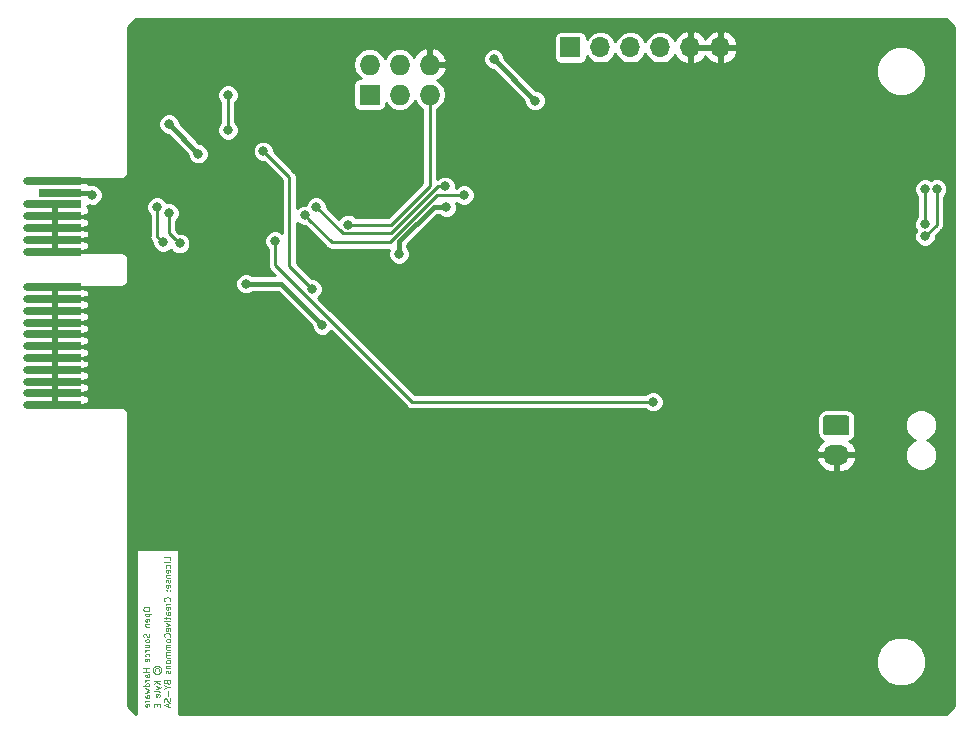
<source format=gbr>
G04 #@! TF.GenerationSoftware,KiCad,Pcbnew,5.0.2+dfsg1-1*
G04 #@! TF.CreationDate,2021-07-01T00:11:18-05:00*
G04 #@! TF.ProjectId,dcpsu-card-a,64637073-752d-4636-9172-642d612e6b69,v0.4-DI-WIP*
G04 #@! TF.SameCoordinates,Original*
G04 #@! TF.FileFunction,Copper,L2,Bot*
G04 #@! TF.FilePolarity,Positive*
%FSLAX46Y46*%
G04 Gerber Fmt 4.6, Leading zero omitted, Abs format (unit mm)*
G04 Created by KiCad (PCBNEW 5.0.2+dfsg1-1) date Thu 01 Jul 2021 12:11:18 AM CDT*
%MOMM*%
%LPD*%
G01*
G04 APERTURE LIST*
G04 #@! TA.AperFunction,NonConductor*
%ADD10C,0.125000*%
G04 #@! TD*
G04 #@! TA.AperFunction,ComponentPad*
%ADD11O,1.700000X1.700000*%
G04 #@! TD*
G04 #@! TA.AperFunction,ComponentPad*
%ADD12R,1.700000X1.700000*%
G04 #@! TD*
G04 #@! TA.AperFunction,ComponentPad*
%ADD13R,1.727200X1.727200*%
G04 #@! TD*
G04 #@! TA.AperFunction,ComponentPad*
%ADD14O,1.727200X1.727200*%
G04 #@! TD*
G04 #@! TA.AperFunction,ConnectorPad*
%ADD15C,0.650000*%
G04 #@! TD*
G04 #@! TA.AperFunction,ConnectorPad*
%ADD16R,4.600000X0.650000*%
G04 #@! TD*
G04 #@! TA.AperFunction,ConnectorPad*
%ADD17R,3.600000X0.650000*%
G04 #@! TD*
G04 #@! TA.AperFunction,Conductor*
%ADD18C,0.100000*%
G04 #@! TD*
G04 #@! TA.AperFunction,ComponentPad*
%ADD19C,1.700000*%
G04 #@! TD*
G04 #@! TA.AperFunction,ComponentPad*
%ADD20O,2.200000X1.700000*%
G04 #@! TD*
G04 #@! TA.AperFunction,ViaPad*
%ADD21C,0.800000*%
G04 #@! TD*
G04 #@! TA.AperFunction,Conductor*
%ADD22C,0.250000*%
G04 #@! TD*
G04 #@! TA.AperFunction,Conductor*
%ADD23C,0.381000*%
G04 #@! TD*
G04 #@! TA.AperFunction,Conductor*
%ADD24C,0.254000*%
G04 #@! TD*
G04 APERTURE END LIST*
D10*
X90851190Y-120513988D02*
X90851190Y-120609226D01*
X90875000Y-120656845D01*
X90922619Y-120704464D01*
X91017857Y-120728273D01*
X91184523Y-120728273D01*
X91279761Y-120704464D01*
X91327380Y-120656845D01*
X91351190Y-120609226D01*
X91351190Y-120513988D01*
X91327380Y-120466369D01*
X91279761Y-120418750D01*
X91184523Y-120394940D01*
X91017857Y-120394940D01*
X90922619Y-120418750D01*
X90875000Y-120466369D01*
X90851190Y-120513988D01*
X91017857Y-120942559D02*
X91517857Y-120942559D01*
X91041666Y-120942559D02*
X91017857Y-120990178D01*
X91017857Y-121085416D01*
X91041666Y-121133035D01*
X91065476Y-121156845D01*
X91113095Y-121180654D01*
X91255952Y-121180654D01*
X91303571Y-121156845D01*
X91327380Y-121133035D01*
X91351190Y-121085416D01*
X91351190Y-120990178D01*
X91327380Y-120942559D01*
X91327380Y-121585416D02*
X91351190Y-121537797D01*
X91351190Y-121442559D01*
X91327380Y-121394940D01*
X91279761Y-121371130D01*
X91089285Y-121371130D01*
X91041666Y-121394940D01*
X91017857Y-121442559D01*
X91017857Y-121537797D01*
X91041666Y-121585416D01*
X91089285Y-121609226D01*
X91136904Y-121609226D01*
X91184523Y-121371130D01*
X91017857Y-121823511D02*
X91351190Y-121823511D01*
X91065476Y-121823511D02*
X91041666Y-121847321D01*
X91017857Y-121894940D01*
X91017857Y-121966369D01*
X91041666Y-122013988D01*
X91089285Y-122037797D01*
X91351190Y-122037797D01*
X91327380Y-122633035D02*
X91351190Y-122704464D01*
X91351190Y-122823511D01*
X91327380Y-122871130D01*
X91303571Y-122894940D01*
X91255952Y-122918750D01*
X91208333Y-122918750D01*
X91160714Y-122894940D01*
X91136904Y-122871130D01*
X91113095Y-122823511D01*
X91089285Y-122728273D01*
X91065476Y-122680654D01*
X91041666Y-122656845D01*
X90994047Y-122633035D01*
X90946428Y-122633035D01*
X90898809Y-122656845D01*
X90875000Y-122680654D01*
X90851190Y-122728273D01*
X90851190Y-122847321D01*
X90875000Y-122918750D01*
X91351190Y-123204464D02*
X91327380Y-123156845D01*
X91303571Y-123133035D01*
X91255952Y-123109226D01*
X91113095Y-123109226D01*
X91065476Y-123133035D01*
X91041666Y-123156845D01*
X91017857Y-123204464D01*
X91017857Y-123275892D01*
X91041666Y-123323511D01*
X91065476Y-123347321D01*
X91113095Y-123371130D01*
X91255952Y-123371130D01*
X91303571Y-123347321D01*
X91327380Y-123323511D01*
X91351190Y-123275892D01*
X91351190Y-123204464D01*
X91017857Y-123799702D02*
X91351190Y-123799702D01*
X91017857Y-123585416D02*
X91279761Y-123585416D01*
X91327380Y-123609226D01*
X91351190Y-123656845D01*
X91351190Y-123728273D01*
X91327380Y-123775892D01*
X91303571Y-123799702D01*
X91351190Y-124037797D02*
X91017857Y-124037797D01*
X91113095Y-124037797D02*
X91065476Y-124061607D01*
X91041666Y-124085416D01*
X91017857Y-124133035D01*
X91017857Y-124180654D01*
X91327380Y-124561607D02*
X91351190Y-124513988D01*
X91351190Y-124418750D01*
X91327380Y-124371130D01*
X91303571Y-124347321D01*
X91255952Y-124323511D01*
X91113095Y-124323511D01*
X91065476Y-124347321D01*
X91041666Y-124371130D01*
X91017857Y-124418750D01*
X91017857Y-124513988D01*
X91041666Y-124561607D01*
X91327380Y-124966369D02*
X91351190Y-124918750D01*
X91351190Y-124823511D01*
X91327380Y-124775892D01*
X91279761Y-124752083D01*
X91089285Y-124752083D01*
X91041666Y-124775892D01*
X91017857Y-124823511D01*
X91017857Y-124918750D01*
X91041666Y-124966369D01*
X91089285Y-124990178D01*
X91136904Y-124990178D01*
X91184523Y-124752083D01*
X91351190Y-125585416D02*
X90851190Y-125585416D01*
X91089285Y-125585416D02*
X91089285Y-125871130D01*
X91351190Y-125871130D02*
X90851190Y-125871130D01*
X91351190Y-126323511D02*
X91089285Y-126323511D01*
X91041666Y-126299702D01*
X91017857Y-126252083D01*
X91017857Y-126156845D01*
X91041666Y-126109226D01*
X91327380Y-126323511D02*
X91351190Y-126275892D01*
X91351190Y-126156845D01*
X91327380Y-126109226D01*
X91279761Y-126085416D01*
X91232142Y-126085416D01*
X91184523Y-126109226D01*
X91160714Y-126156845D01*
X91160714Y-126275892D01*
X91136904Y-126323511D01*
X91351190Y-126561607D02*
X91017857Y-126561607D01*
X91113095Y-126561607D02*
X91065476Y-126585416D01*
X91041666Y-126609226D01*
X91017857Y-126656845D01*
X91017857Y-126704464D01*
X91351190Y-127085416D02*
X90851190Y-127085416D01*
X91327380Y-127085416D02*
X91351190Y-127037797D01*
X91351190Y-126942559D01*
X91327380Y-126894940D01*
X91303571Y-126871130D01*
X91255952Y-126847321D01*
X91113095Y-126847321D01*
X91065476Y-126871130D01*
X91041666Y-126894940D01*
X91017857Y-126942559D01*
X91017857Y-127037797D01*
X91041666Y-127085416D01*
X91017857Y-127275892D02*
X91351190Y-127371130D01*
X91113095Y-127466369D01*
X91351190Y-127561607D01*
X91017857Y-127656845D01*
X91351190Y-128061607D02*
X91089285Y-128061607D01*
X91041666Y-128037797D01*
X91017857Y-127990178D01*
X91017857Y-127894940D01*
X91041666Y-127847321D01*
X91327380Y-128061607D02*
X91351190Y-128013988D01*
X91351190Y-127894940D01*
X91327380Y-127847321D01*
X91279761Y-127823511D01*
X91232142Y-127823511D01*
X91184523Y-127847321D01*
X91160714Y-127894940D01*
X91160714Y-128013988D01*
X91136904Y-128061607D01*
X91351190Y-128299702D02*
X91017857Y-128299702D01*
X91113095Y-128299702D02*
X91065476Y-128323511D01*
X91041666Y-128347321D01*
X91017857Y-128394940D01*
X91017857Y-128442559D01*
X91327380Y-128799702D02*
X91351190Y-128752083D01*
X91351190Y-128656845D01*
X91327380Y-128609226D01*
X91279761Y-128585416D01*
X91089285Y-128585416D01*
X91041666Y-128609226D01*
X91017857Y-128656845D01*
X91017857Y-128752083D01*
X91041666Y-128799702D01*
X91089285Y-128823511D01*
X91136904Y-128823511D01*
X91184523Y-128585416D01*
X91845238Y-125799702D02*
X91821428Y-125752083D01*
X91821428Y-125656845D01*
X91845238Y-125609226D01*
X91892857Y-125561607D01*
X91940476Y-125537797D01*
X92035714Y-125537797D01*
X92083333Y-125561607D01*
X92130952Y-125609226D01*
X92154761Y-125656845D01*
X92154761Y-125752083D01*
X92130952Y-125799702D01*
X91654761Y-125704464D02*
X91678571Y-125585416D01*
X91750000Y-125466369D01*
X91869047Y-125394940D01*
X91988095Y-125371130D01*
X92107142Y-125394940D01*
X92226190Y-125466369D01*
X92297619Y-125585416D01*
X92321428Y-125704464D01*
X92297619Y-125823511D01*
X92226190Y-125942559D01*
X92107142Y-126013988D01*
X91988095Y-126037797D01*
X91869047Y-126013988D01*
X91750000Y-125942559D01*
X91678571Y-125823511D01*
X91654761Y-125704464D01*
X92226190Y-126633035D02*
X91726190Y-126633035D01*
X92226190Y-126918750D02*
X91940476Y-126704464D01*
X91726190Y-126918750D02*
X92011904Y-126633035D01*
X91892857Y-127085416D02*
X92226190Y-127204464D01*
X91892857Y-127323511D02*
X92226190Y-127204464D01*
X92345238Y-127156845D01*
X92369047Y-127133035D01*
X92392857Y-127085416D01*
X92226190Y-127585416D02*
X92202380Y-127537797D01*
X92154761Y-127513988D01*
X91726190Y-127513988D01*
X92202380Y-127966369D02*
X92226190Y-127918750D01*
X92226190Y-127823511D01*
X92202380Y-127775892D01*
X92154761Y-127752083D01*
X91964285Y-127752083D01*
X91916666Y-127775892D01*
X91892857Y-127823511D01*
X91892857Y-127918750D01*
X91916666Y-127966369D01*
X91964285Y-127990178D01*
X92011904Y-127990178D01*
X92059523Y-127752083D01*
X91964285Y-128585416D02*
X91964285Y-128752083D01*
X92226190Y-128823511D02*
X92226190Y-128585416D01*
X91726190Y-128585416D01*
X91726190Y-128823511D01*
X93101190Y-116418750D02*
X93101190Y-116180654D01*
X92601190Y-116180654D01*
X93101190Y-116585416D02*
X92767857Y-116585416D01*
X92601190Y-116585416D02*
X92625000Y-116561607D01*
X92648809Y-116585416D01*
X92625000Y-116609226D01*
X92601190Y-116585416D01*
X92648809Y-116585416D01*
X93077380Y-117037797D02*
X93101190Y-116990178D01*
X93101190Y-116894940D01*
X93077380Y-116847321D01*
X93053571Y-116823511D01*
X93005952Y-116799702D01*
X92863095Y-116799702D01*
X92815476Y-116823511D01*
X92791666Y-116847321D01*
X92767857Y-116894940D01*
X92767857Y-116990178D01*
X92791666Y-117037797D01*
X93077380Y-117442559D02*
X93101190Y-117394940D01*
X93101190Y-117299702D01*
X93077380Y-117252083D01*
X93029761Y-117228273D01*
X92839285Y-117228273D01*
X92791666Y-117252083D01*
X92767857Y-117299702D01*
X92767857Y-117394940D01*
X92791666Y-117442559D01*
X92839285Y-117466369D01*
X92886904Y-117466369D01*
X92934523Y-117228273D01*
X92767857Y-117680654D02*
X93101190Y-117680654D01*
X92815476Y-117680654D02*
X92791666Y-117704464D01*
X92767857Y-117752083D01*
X92767857Y-117823511D01*
X92791666Y-117871130D01*
X92839285Y-117894940D01*
X93101190Y-117894940D01*
X93077380Y-118109226D02*
X93101190Y-118156845D01*
X93101190Y-118252083D01*
X93077380Y-118299702D01*
X93029761Y-118323511D01*
X93005952Y-118323511D01*
X92958333Y-118299702D01*
X92934523Y-118252083D01*
X92934523Y-118180654D01*
X92910714Y-118133035D01*
X92863095Y-118109226D01*
X92839285Y-118109226D01*
X92791666Y-118133035D01*
X92767857Y-118180654D01*
X92767857Y-118252083D01*
X92791666Y-118299702D01*
X93077380Y-118728273D02*
X93101190Y-118680654D01*
X93101190Y-118585416D01*
X93077380Y-118537797D01*
X93029761Y-118513988D01*
X92839285Y-118513988D01*
X92791666Y-118537797D01*
X92767857Y-118585416D01*
X92767857Y-118680654D01*
X92791666Y-118728273D01*
X92839285Y-118752083D01*
X92886904Y-118752083D01*
X92934523Y-118513988D01*
X93053571Y-118966369D02*
X93077380Y-118990178D01*
X93101190Y-118966369D01*
X93077380Y-118942559D01*
X93053571Y-118966369D01*
X93101190Y-118966369D01*
X92791666Y-118966369D02*
X92815476Y-118990178D01*
X92839285Y-118966369D01*
X92815476Y-118942559D01*
X92791666Y-118966369D01*
X92839285Y-118966369D01*
X93053571Y-119871130D02*
X93077380Y-119847321D01*
X93101190Y-119775892D01*
X93101190Y-119728273D01*
X93077380Y-119656845D01*
X93029761Y-119609226D01*
X92982142Y-119585416D01*
X92886904Y-119561607D01*
X92815476Y-119561607D01*
X92720238Y-119585416D01*
X92672619Y-119609226D01*
X92625000Y-119656845D01*
X92601190Y-119728273D01*
X92601190Y-119775892D01*
X92625000Y-119847321D01*
X92648809Y-119871130D01*
X93101190Y-120085416D02*
X92767857Y-120085416D01*
X92863095Y-120085416D02*
X92815476Y-120109226D01*
X92791666Y-120133035D01*
X92767857Y-120180654D01*
X92767857Y-120228273D01*
X93077380Y-120585416D02*
X93101190Y-120537797D01*
X93101190Y-120442559D01*
X93077380Y-120394940D01*
X93029761Y-120371130D01*
X92839285Y-120371130D01*
X92791666Y-120394940D01*
X92767857Y-120442559D01*
X92767857Y-120537797D01*
X92791666Y-120585416D01*
X92839285Y-120609226D01*
X92886904Y-120609226D01*
X92934523Y-120371130D01*
X93101190Y-121037797D02*
X92839285Y-121037797D01*
X92791666Y-121013988D01*
X92767857Y-120966369D01*
X92767857Y-120871130D01*
X92791666Y-120823511D01*
X93077380Y-121037797D02*
X93101190Y-120990178D01*
X93101190Y-120871130D01*
X93077380Y-120823511D01*
X93029761Y-120799702D01*
X92982142Y-120799702D01*
X92934523Y-120823511D01*
X92910714Y-120871130D01*
X92910714Y-120990178D01*
X92886904Y-121037797D01*
X92767857Y-121204464D02*
X92767857Y-121394940D01*
X92601190Y-121275892D02*
X93029761Y-121275892D01*
X93077380Y-121299702D01*
X93101190Y-121347321D01*
X93101190Y-121394940D01*
X93101190Y-121561607D02*
X92767857Y-121561607D01*
X92601190Y-121561607D02*
X92625000Y-121537797D01*
X92648809Y-121561607D01*
X92625000Y-121585416D01*
X92601190Y-121561607D01*
X92648809Y-121561607D01*
X92767857Y-121752083D02*
X93101190Y-121871130D01*
X92767857Y-121990178D01*
X93077380Y-122371130D02*
X93101190Y-122323511D01*
X93101190Y-122228273D01*
X93077380Y-122180654D01*
X93029761Y-122156845D01*
X92839285Y-122156845D01*
X92791666Y-122180654D01*
X92767857Y-122228273D01*
X92767857Y-122323511D01*
X92791666Y-122371130D01*
X92839285Y-122394940D01*
X92886904Y-122394940D01*
X92934523Y-122156845D01*
X93053571Y-122894940D02*
X93077380Y-122871130D01*
X93101190Y-122799702D01*
X93101190Y-122752083D01*
X93077380Y-122680654D01*
X93029761Y-122633035D01*
X92982142Y-122609226D01*
X92886904Y-122585416D01*
X92815476Y-122585416D01*
X92720238Y-122609226D01*
X92672619Y-122633035D01*
X92625000Y-122680654D01*
X92601190Y-122752083D01*
X92601190Y-122799702D01*
X92625000Y-122871130D01*
X92648809Y-122894940D01*
X93101190Y-123180654D02*
X93077380Y-123133035D01*
X93053571Y-123109226D01*
X93005952Y-123085416D01*
X92863095Y-123085416D01*
X92815476Y-123109226D01*
X92791666Y-123133035D01*
X92767857Y-123180654D01*
X92767857Y-123252083D01*
X92791666Y-123299702D01*
X92815476Y-123323511D01*
X92863095Y-123347321D01*
X93005952Y-123347321D01*
X93053571Y-123323511D01*
X93077380Y-123299702D01*
X93101190Y-123252083D01*
X93101190Y-123180654D01*
X93101190Y-123561607D02*
X92767857Y-123561607D01*
X92815476Y-123561607D02*
X92791666Y-123585416D01*
X92767857Y-123633035D01*
X92767857Y-123704464D01*
X92791666Y-123752083D01*
X92839285Y-123775892D01*
X93101190Y-123775892D01*
X92839285Y-123775892D02*
X92791666Y-123799702D01*
X92767857Y-123847321D01*
X92767857Y-123918750D01*
X92791666Y-123966369D01*
X92839285Y-123990178D01*
X93101190Y-123990178D01*
X93101190Y-124228273D02*
X92767857Y-124228273D01*
X92815476Y-124228273D02*
X92791666Y-124252083D01*
X92767857Y-124299702D01*
X92767857Y-124371130D01*
X92791666Y-124418750D01*
X92839285Y-124442559D01*
X93101190Y-124442559D01*
X92839285Y-124442559D02*
X92791666Y-124466369D01*
X92767857Y-124513988D01*
X92767857Y-124585416D01*
X92791666Y-124633035D01*
X92839285Y-124656845D01*
X93101190Y-124656845D01*
X93101190Y-124966369D02*
X93077380Y-124918750D01*
X93053571Y-124894940D01*
X93005952Y-124871130D01*
X92863095Y-124871130D01*
X92815476Y-124894940D01*
X92791666Y-124918750D01*
X92767857Y-124966369D01*
X92767857Y-125037797D01*
X92791666Y-125085416D01*
X92815476Y-125109226D01*
X92863095Y-125133035D01*
X93005952Y-125133035D01*
X93053571Y-125109226D01*
X93077380Y-125085416D01*
X93101190Y-125037797D01*
X93101190Y-124966369D01*
X92767857Y-125347321D02*
X93101190Y-125347321D01*
X92815476Y-125347321D02*
X92791666Y-125371130D01*
X92767857Y-125418750D01*
X92767857Y-125490178D01*
X92791666Y-125537797D01*
X92839285Y-125561607D01*
X93101190Y-125561607D01*
X93077380Y-125775892D02*
X93101190Y-125823511D01*
X93101190Y-125918750D01*
X93077380Y-125966369D01*
X93029761Y-125990178D01*
X93005952Y-125990178D01*
X92958333Y-125966369D01*
X92934523Y-125918750D01*
X92934523Y-125847321D01*
X92910714Y-125799702D01*
X92863095Y-125775892D01*
X92839285Y-125775892D01*
X92791666Y-125799702D01*
X92767857Y-125847321D01*
X92767857Y-125918750D01*
X92791666Y-125966369D01*
X92839285Y-126752083D02*
X92863095Y-126823511D01*
X92886904Y-126847321D01*
X92934523Y-126871130D01*
X93005952Y-126871130D01*
X93053571Y-126847321D01*
X93077380Y-126823511D01*
X93101190Y-126775892D01*
X93101190Y-126585416D01*
X92601190Y-126585416D01*
X92601190Y-126752083D01*
X92625000Y-126799702D01*
X92648809Y-126823511D01*
X92696428Y-126847321D01*
X92744047Y-126847321D01*
X92791666Y-126823511D01*
X92815476Y-126799702D01*
X92839285Y-126752083D01*
X92839285Y-126585416D01*
X92863095Y-127180654D02*
X93101190Y-127180654D01*
X92601190Y-127013988D02*
X92863095Y-127180654D01*
X92601190Y-127347321D01*
X92910714Y-127513988D02*
X92910714Y-127894940D01*
X93077380Y-128109226D02*
X93101190Y-128180654D01*
X93101190Y-128299702D01*
X93077380Y-128347321D01*
X93053571Y-128371130D01*
X93005952Y-128394940D01*
X92958333Y-128394940D01*
X92910714Y-128371130D01*
X92886904Y-128347321D01*
X92863095Y-128299702D01*
X92839285Y-128204464D01*
X92815476Y-128156845D01*
X92791666Y-128133035D01*
X92744047Y-128109226D01*
X92696428Y-128109226D01*
X92648809Y-128133035D01*
X92625000Y-128156845D01*
X92601190Y-128204464D01*
X92601190Y-128323511D01*
X92625000Y-128394940D01*
X92958333Y-128585416D02*
X92958333Y-128823511D01*
X93101190Y-128537797D02*
X92601190Y-128704464D01*
X93101190Y-128871130D01*
D11*
G04 #@! TO.P,J2,6*
G04 #@! TO.N,GND*
X139700000Y-73000000D03*
G04 #@! TO.P,J2,5*
X137160000Y-73000000D03*
G04 #@! TO.P,J2,4*
G04 #@! TO.N,+5V*
X134620000Y-73000000D03*
G04 #@! TO.P,J2,3*
G04 #@! TO.N,/UART-RX*
X132080000Y-73000000D03*
G04 #@! TO.P,J2,2*
G04 #@! TO.N,/UART-TX*
X129540000Y-73000000D03*
D12*
G04 #@! TO.P,J2,1*
G04 #@! TO.N,Net-(C3-Pad2)*
X127000000Y-73000000D03*
G04 #@! TD*
D13*
G04 #@! TO.P,J3,1*
G04 #@! TO.N,CARD-MISO*
X110000000Y-77000000D03*
D14*
G04 #@! TO.P,J3,2*
G04 #@! TO.N,+5V*
X110000000Y-74460000D03*
G04 #@! TO.P,J3,3*
G04 #@! TO.N,CARD-SCLK*
X112540000Y-77000000D03*
G04 #@! TO.P,J3,4*
G04 #@! TO.N,CARD-MOSI*
X112540000Y-74460000D03*
G04 #@! TO.P,J3,5*
G04 #@! TO.N,/~RESET*
X115080000Y-77000000D03*
G04 #@! TO.P,J3,6*
G04 #@! TO.N,GND*
X115080000Y-74460000D03*
G04 #@! TD*
D15*
G04 #@! TO.P,J1,*
G04 #@! TO.N,*
X81000000Y-84300000D03*
D16*
G04 #@! TO.P,J1,B1*
G04 #@! TO.N,GND*
X83300000Y-103300000D03*
G04 #@! TO.P,J1,B2*
X83300000Y-102300000D03*
G04 #@! TO.P,J1,B3*
X83300000Y-101300000D03*
G04 #@! TO.P,J1,B4*
X83300000Y-100300000D03*
G04 #@! TO.P,J1,B5*
X83300000Y-99300000D03*
G04 #@! TO.P,J1,B6*
X83300000Y-98300000D03*
G04 #@! TO.P,J1,B7*
X83300000Y-97300000D03*
G04 #@! TO.P,J1,B8*
X83300000Y-96300000D03*
G04 #@! TO.P,J1,B9*
X83300000Y-95300000D03*
G04 #@! TO.P,J1,B10*
X83300000Y-94300000D03*
G04 #@! TO.P,J1,B11*
X83300000Y-93300000D03*
G04 #@! TO.P,J1,B14*
X83300000Y-88300000D03*
G04 #@! TO.P,J1,B15*
X83300000Y-87300000D03*
G04 #@! TO.P,J1,B16*
X83300000Y-86300000D03*
D17*
G04 #@! TO.P,J1,B17*
G04 #@! TO.N,+5V*
X83800000Y-85300000D03*
D16*
G04 #@! TO.P,J1,B18*
G04 #@! TO.N,GND*
X83300000Y-84300000D03*
G04 #@! TO.P,J1,B12*
X83300000Y-90300000D03*
G04 #@! TO.P,J1,B13*
X83300000Y-89300000D03*
D15*
G04 #@! TO.P,J1,*
G04 #@! TO.N,*
X81000000Y-101300000D03*
X81000000Y-100300000D03*
X81000000Y-99300000D03*
X81000000Y-98300000D03*
X81000000Y-97300000D03*
X81000000Y-96300000D03*
X81000000Y-95300000D03*
X81000000Y-94300000D03*
X81000000Y-93300000D03*
X81000000Y-103300000D03*
X81000000Y-90300000D03*
X81000000Y-89300000D03*
X81000000Y-88300000D03*
X81000000Y-87300000D03*
X81000000Y-86300000D03*
X81000000Y-102300000D03*
G04 #@! TD*
D18*
G04 #@! TO.N,Net-(D1-Pad1)*
G04 #@! TO.C,J4*
G36*
X150374504Y-104151204D02*
X150398773Y-104154804D01*
X150422571Y-104160765D01*
X150445671Y-104169030D01*
X150467849Y-104179520D01*
X150488893Y-104192133D01*
X150508598Y-104206747D01*
X150526777Y-104223223D01*
X150543253Y-104241402D01*
X150557867Y-104261107D01*
X150570480Y-104282151D01*
X150580970Y-104304329D01*
X150589235Y-104327429D01*
X150595196Y-104351227D01*
X150598796Y-104375496D01*
X150600000Y-104400000D01*
X150600000Y-105600000D01*
X150598796Y-105624504D01*
X150595196Y-105648773D01*
X150589235Y-105672571D01*
X150580970Y-105695671D01*
X150570480Y-105717849D01*
X150557867Y-105738893D01*
X150543253Y-105758598D01*
X150526777Y-105776777D01*
X150508598Y-105793253D01*
X150488893Y-105807867D01*
X150467849Y-105820480D01*
X150445671Y-105830970D01*
X150422571Y-105839235D01*
X150398773Y-105845196D01*
X150374504Y-105848796D01*
X150350000Y-105850000D01*
X148650000Y-105850000D01*
X148625496Y-105848796D01*
X148601227Y-105845196D01*
X148577429Y-105839235D01*
X148554329Y-105830970D01*
X148532151Y-105820480D01*
X148511107Y-105807867D01*
X148491402Y-105793253D01*
X148473223Y-105776777D01*
X148456747Y-105758598D01*
X148442133Y-105738893D01*
X148429520Y-105717849D01*
X148419030Y-105695671D01*
X148410765Y-105672571D01*
X148404804Y-105648773D01*
X148401204Y-105624504D01*
X148400000Y-105600000D01*
X148400000Y-104400000D01*
X148401204Y-104375496D01*
X148404804Y-104351227D01*
X148410765Y-104327429D01*
X148419030Y-104304329D01*
X148429520Y-104282151D01*
X148442133Y-104261107D01*
X148456747Y-104241402D01*
X148473223Y-104223223D01*
X148491402Y-104206747D01*
X148511107Y-104192133D01*
X148532151Y-104179520D01*
X148554329Y-104169030D01*
X148577429Y-104160765D01*
X148601227Y-104154804D01*
X148625496Y-104151204D01*
X148650000Y-104150000D01*
X150350000Y-104150000D01*
X150374504Y-104151204D01*
X150374504Y-104151204D01*
G37*
D19*
G04 #@! TD*
G04 #@! TO.P,J4,1*
G04 #@! TO.N,Net-(D1-Pad1)*
X149500000Y-105000000D03*
D20*
G04 #@! TO.P,J4,2*
G04 #@! TO.N,GND*
X149500000Y-107500000D03*
G04 #@! TD*
D21*
G04 #@! TO.N,/~RESET*
X108200004Y-88000000D03*
G04 #@! TO.N,GND*
X105000000Y-116000000D03*
X99000000Y-86600000D03*
X100400000Y-86600000D03*
X99000000Y-85000000D03*
X152000000Y-82000000D03*
X126000000Y-105000000D03*
X152000000Y-88000000D03*
X152000000Y-86000000D03*
X127000000Y-111000000D03*
X124000000Y-111000000D03*
X107500000Y-120500000D03*
X107500000Y-119000000D03*
X107500000Y-118000000D03*
X106000000Y-116000000D03*
X107000000Y-116000000D03*
X107000000Y-117000000D03*
X106000000Y-117000000D03*
X107500000Y-123000000D03*
X139000000Y-122000000D03*
X143000000Y-122000000D03*
X142000000Y-123000000D03*
X107500000Y-121500000D03*
X107500000Y-124000000D03*
X126500000Y-112000000D03*
X127500000Y-112000000D03*
X123500000Y-112000000D03*
X123500000Y-123500000D03*
X123500000Y-124500000D03*
X127500000Y-124500000D03*
X127500000Y-123500000D03*
X140000000Y-123000000D03*
X106000000Y-84000000D03*
X130075000Y-100000000D03*
X118000000Y-104500000D03*
X124500000Y-112000000D03*
X100400000Y-85000000D03*
X87000000Y-103090500D03*
X136500000Y-100500000D03*
X107000000Y-110000000D03*
X105000000Y-117000000D03*
X106000000Y-118000000D03*
X99500000Y-98000000D03*
X101000000Y-98000000D03*
X99500000Y-99500000D03*
X101000000Y-99500000D03*
X99500000Y-101000000D03*
X101000000Y-101000000D03*
X99500000Y-102500000D03*
X101000000Y-102500000D03*
X99000000Y-115000000D03*
G04 #@! TO.N,+5V*
X86500000Y-85500000D03*
X95500000Y-82000000D03*
X93000000Y-79500000D03*
X124000000Y-77500000D03*
X120500000Y-74000000D03*
X116500000Y-86500000D03*
X112500000Y-90500000D03*
G04 #@! TO.N,/ADC-VOUT*
X134000000Y-103000000D03*
X102000000Y-89400000D03*
G04 #@! TO.N,CARD-SCLK*
X93000000Y-87012500D03*
X93900004Y-89600000D03*
G04 #@! TO.N,CARD-MISO*
X98000000Y-77000000D03*
X98000000Y-79987500D03*
G04 #@! TO.N,CARD-MOSI*
X92000000Y-86500000D03*
X92500020Y-89500000D03*
G04 #@! TO.N,/PWR-EN*
X101000000Y-81800000D03*
X105105540Y-93447229D03*
G04 #@! TO.N,Net-(D2-Pad3)*
X157000000Y-89000000D03*
X158000000Y-85000000D03*
G04 #@! TO.N,/LED2*
X104500000Y-87225000D03*
X118000000Y-85500000D03*
G04 #@! TO.N,/LED1*
X156987347Y-87987347D03*
X157000000Y-85000000D03*
X105487347Y-86487347D03*
X116393701Y-84774990D03*
G04 #@! TO.N,Net-(D4-Pad2)*
X99500000Y-93000000D03*
X106000000Y-96500000D03*
G04 #@! TD*
D22*
G04 #@! TO.N,/~RESET*
X115080000Y-84720000D02*
X115080000Y-77000000D01*
X108200004Y-88000000D02*
X111800000Y-88000000D01*
X111800000Y-88000000D02*
X115080000Y-84720000D01*
D23*
G04 #@! TO.N,+5V*
X83800000Y-85300000D02*
X86300000Y-85300000D01*
X86300000Y-85300000D02*
X86500000Y-85500000D01*
X95500000Y-82000000D02*
X93000000Y-79500000D01*
X124000000Y-77500000D02*
X120500000Y-74000000D01*
X112500000Y-89429042D02*
X112500000Y-90500000D01*
X115429042Y-86500000D02*
X112500000Y-89429042D01*
X116500000Y-86500000D02*
X115429042Y-86500000D01*
D22*
G04 #@! TO.N,/ADC-VOUT*
X102000000Y-89965685D02*
X102000000Y-89400000D01*
X134000000Y-103000000D02*
X113585339Y-103000000D01*
X102000000Y-91414661D02*
X102000000Y-89965685D01*
X113585339Y-103000000D02*
X102000000Y-91414661D01*
G04 #@! TO.N,CARD-SCLK*
X93000000Y-88699996D02*
X93500005Y-89200001D01*
X93500005Y-89200001D02*
X93900004Y-89600000D01*
X93000000Y-87012500D02*
X93000000Y-88699996D01*
G04 #@! TO.N,CARD-MISO*
X98000000Y-77000000D02*
X98000000Y-79987500D01*
G04 #@! TO.N,CARD-MOSI*
X92000000Y-86500000D02*
X92000000Y-88999980D01*
X92100021Y-89100001D02*
X92500020Y-89500000D01*
X92000000Y-88999980D02*
X92100021Y-89100001D01*
G04 #@! TO.N,/PWR-EN*
X104705541Y-93047230D02*
X105105540Y-93447229D01*
X103200000Y-91541689D02*
X104705541Y-93047230D01*
X101000000Y-81800000D02*
X103200000Y-84000000D01*
X103200000Y-84000000D02*
X103200000Y-91541689D01*
G04 #@! TO.N,Net-(D2-Pad3)*
X157000000Y-89000000D02*
X158000000Y-88000000D01*
X158000000Y-88000000D02*
X158000000Y-85000000D01*
G04 #@! TO.N,/LED2*
X106775000Y-89500000D02*
X104899999Y-87624999D01*
X104899999Y-87624999D02*
X104500000Y-87225000D01*
X115700000Y-85500000D02*
X111700000Y-89500000D01*
X111700000Y-89500000D02*
X106775000Y-89500000D01*
X118000000Y-85500000D02*
X115700000Y-85500000D01*
G04 #@! TO.N,/LED1*
X156987347Y-87987347D02*
X156987347Y-85012653D01*
X156987347Y-85012653D02*
X157000000Y-85000000D01*
X107725002Y-88725002D02*
X111838588Y-88725002D01*
X115788600Y-84774990D02*
X115828016Y-84774990D01*
X105487347Y-86487347D02*
X107725002Y-88725002D01*
X111838588Y-88725002D02*
X115788600Y-84774990D01*
X115828016Y-84774990D02*
X116393701Y-84774990D01*
D23*
G04 #@! TO.N,Net-(D4-Pad2)*
X102500000Y-93000000D02*
X99500000Y-93000000D01*
X106000000Y-96500000D02*
X102500000Y-93000000D01*
G04 #@! TD*
D24*
G04 #@! TO.N,GND*
G36*
X159442000Y-71231131D02*
X159442001Y-128768868D01*
X158768870Y-129442000D01*
X93866750Y-129442000D01*
X93866750Y-124580693D01*
X152892000Y-124580693D01*
X152892000Y-125419307D01*
X153212924Y-126194086D01*
X153805914Y-126787076D01*
X154580693Y-127108000D01*
X155419307Y-127108000D01*
X156194086Y-126787076D01*
X156787076Y-126194086D01*
X157108000Y-125419307D01*
X157108000Y-124580693D01*
X156787076Y-123805914D01*
X156194086Y-123212924D01*
X155419307Y-122892000D01*
X154580693Y-122892000D01*
X153805914Y-123212924D01*
X153212924Y-123805914D01*
X152892000Y-124580693D01*
X93866750Y-124580693D01*
X93866750Y-115509857D01*
X90225750Y-115509857D01*
X90225750Y-129436619D01*
X89558000Y-128768870D01*
X89558000Y-107856890D01*
X147808524Y-107856890D01*
X147829648Y-107967491D01*
X148116667Y-108475451D01*
X148576226Y-108834907D01*
X149138361Y-108991135D01*
X149373000Y-108831491D01*
X149373000Y-107627000D01*
X149627000Y-107627000D01*
X149627000Y-108831491D01*
X149861639Y-108991135D01*
X150423774Y-108834907D01*
X150883333Y-108475451D01*
X151170352Y-107967491D01*
X151191476Y-107856890D01*
X151070155Y-107627000D01*
X149627000Y-107627000D01*
X149373000Y-107627000D01*
X147929845Y-107627000D01*
X147808524Y-107856890D01*
X89558000Y-107856890D01*
X89558000Y-107143110D01*
X147808524Y-107143110D01*
X147929845Y-107373000D01*
X149373000Y-107373000D01*
X149373000Y-107353000D01*
X149627000Y-107353000D01*
X149627000Y-107373000D01*
X151070155Y-107373000D01*
X151191476Y-107143110D01*
X151170352Y-107032509D01*
X150883333Y-106524549D01*
X150615586Y-106315124D01*
X150643883Y-106309495D01*
X150893024Y-106143024D01*
X151059495Y-105893883D01*
X151117952Y-105600000D01*
X151117952Y-104729877D01*
X155322000Y-104729877D01*
X155322000Y-105270123D01*
X155528743Y-105769245D01*
X155910755Y-106151257D01*
X156149142Y-106250000D01*
X155910755Y-106348743D01*
X155528743Y-106730755D01*
X155322000Y-107229877D01*
X155322000Y-107770123D01*
X155528743Y-108269245D01*
X155910755Y-108651257D01*
X156409877Y-108858000D01*
X156950123Y-108858000D01*
X157449245Y-108651257D01*
X157831257Y-108269245D01*
X158038000Y-107770123D01*
X158038000Y-107229877D01*
X157831257Y-106730755D01*
X157449245Y-106348743D01*
X157210858Y-106250000D01*
X157449245Y-106151257D01*
X157831257Y-105769245D01*
X158038000Y-105270123D01*
X158038000Y-104729877D01*
X157831257Y-104230755D01*
X157449245Y-103848743D01*
X156950123Y-103642000D01*
X156409877Y-103642000D01*
X155910755Y-103848743D01*
X155528743Y-104230755D01*
X155322000Y-104729877D01*
X151117952Y-104729877D01*
X151117952Y-104400000D01*
X151059495Y-104106117D01*
X150893024Y-103856976D01*
X150643883Y-103690505D01*
X150350000Y-103632048D01*
X148650000Y-103632048D01*
X148356117Y-103690505D01*
X148106976Y-103856976D01*
X147940505Y-104106117D01*
X147882048Y-104400000D01*
X147882048Y-105600000D01*
X147940505Y-105893883D01*
X148106976Y-106143024D01*
X148356117Y-106309495D01*
X148384414Y-106315124D01*
X148116667Y-106524549D01*
X147829648Y-107032509D01*
X147808524Y-107143110D01*
X89558000Y-107143110D01*
X89558000Y-104054954D01*
X89568931Y-104000000D01*
X89525624Y-103782280D01*
X89402295Y-103597705D01*
X89217720Y-103474376D01*
X89054954Y-103442000D01*
X89000000Y-103431069D01*
X88945046Y-103442000D01*
X86091250Y-103442000D01*
X86076250Y-103427000D01*
X83427000Y-103427000D01*
X83427000Y-103442000D01*
X83173000Y-103442000D01*
X83173000Y-103427000D01*
X83153000Y-103427000D01*
X83153000Y-103173000D01*
X83173000Y-103173000D01*
X83173000Y-102427000D01*
X83427000Y-102427000D01*
X83427000Y-103173000D01*
X83498750Y-103173000D01*
X83585750Y-103260000D01*
X85726310Y-103260000D01*
X85936346Y-103173000D01*
X86076250Y-103173000D01*
X86235000Y-103014250D01*
X86235000Y-102848691D01*
X86214832Y-102800000D01*
X86235000Y-102751309D01*
X86235000Y-102585750D01*
X86076250Y-102427000D01*
X85936346Y-102427000D01*
X85726310Y-102340000D01*
X83585750Y-102340000D01*
X83498750Y-102427000D01*
X83427000Y-102427000D01*
X83173000Y-102427000D01*
X83153000Y-102427000D01*
X83153000Y-102173000D01*
X83173000Y-102173000D01*
X83173000Y-101427000D01*
X83427000Y-101427000D01*
X83427000Y-102173000D01*
X83498750Y-102173000D01*
X83585750Y-102260000D01*
X85726310Y-102260000D01*
X85936346Y-102173000D01*
X86076250Y-102173000D01*
X86235000Y-102014250D01*
X86235000Y-101848691D01*
X86214832Y-101800000D01*
X86235000Y-101751309D01*
X86235000Y-101585750D01*
X86076250Y-101427000D01*
X85936346Y-101427000D01*
X85726310Y-101340000D01*
X83585750Y-101340000D01*
X83498750Y-101427000D01*
X83427000Y-101427000D01*
X83173000Y-101427000D01*
X83153000Y-101427000D01*
X83153000Y-101173000D01*
X83173000Y-101173000D01*
X83173000Y-100427000D01*
X83427000Y-100427000D01*
X83427000Y-101173000D01*
X83498750Y-101173000D01*
X83585750Y-101260000D01*
X85726310Y-101260000D01*
X85936346Y-101173000D01*
X86076250Y-101173000D01*
X86235000Y-101014250D01*
X86235000Y-100848691D01*
X86214832Y-100800000D01*
X86235000Y-100751309D01*
X86235000Y-100585750D01*
X86076250Y-100427000D01*
X85936346Y-100427000D01*
X85726310Y-100340000D01*
X83585750Y-100340000D01*
X83498750Y-100427000D01*
X83427000Y-100427000D01*
X83173000Y-100427000D01*
X83153000Y-100427000D01*
X83153000Y-100173000D01*
X83173000Y-100173000D01*
X83173000Y-99427000D01*
X83427000Y-99427000D01*
X83427000Y-100173000D01*
X83498750Y-100173000D01*
X83585750Y-100260000D01*
X85726310Y-100260000D01*
X85936346Y-100173000D01*
X86076250Y-100173000D01*
X86235000Y-100014250D01*
X86235000Y-99848691D01*
X86214832Y-99800000D01*
X86235000Y-99751309D01*
X86235000Y-99585750D01*
X86076250Y-99427000D01*
X85936346Y-99427000D01*
X85726310Y-99340000D01*
X83585750Y-99340000D01*
X83498750Y-99427000D01*
X83427000Y-99427000D01*
X83173000Y-99427000D01*
X83153000Y-99427000D01*
X83153000Y-99173000D01*
X83173000Y-99173000D01*
X83173000Y-98427000D01*
X83427000Y-98427000D01*
X83427000Y-99173000D01*
X83498750Y-99173000D01*
X83585750Y-99260000D01*
X85726310Y-99260000D01*
X85936346Y-99173000D01*
X86076250Y-99173000D01*
X86235000Y-99014250D01*
X86235000Y-98848691D01*
X86214832Y-98800000D01*
X86235000Y-98751309D01*
X86235000Y-98585750D01*
X86076250Y-98427000D01*
X85936346Y-98427000D01*
X85726310Y-98340000D01*
X83585750Y-98340000D01*
X83498750Y-98427000D01*
X83427000Y-98427000D01*
X83173000Y-98427000D01*
X83153000Y-98427000D01*
X83153000Y-98173000D01*
X83173000Y-98173000D01*
X83173000Y-97427000D01*
X83427000Y-97427000D01*
X83427000Y-98173000D01*
X83498750Y-98173000D01*
X83585750Y-98260000D01*
X85726310Y-98260000D01*
X85936346Y-98173000D01*
X86076250Y-98173000D01*
X86235000Y-98014250D01*
X86235000Y-97848691D01*
X86214832Y-97800000D01*
X86235000Y-97751309D01*
X86235000Y-97585750D01*
X86076250Y-97427000D01*
X85936346Y-97427000D01*
X85726310Y-97340000D01*
X83585750Y-97340000D01*
X83498750Y-97427000D01*
X83427000Y-97427000D01*
X83173000Y-97427000D01*
X83153000Y-97427000D01*
X83153000Y-97173000D01*
X83173000Y-97173000D01*
X83173000Y-96427000D01*
X83427000Y-96427000D01*
X83427000Y-97173000D01*
X83498750Y-97173000D01*
X83585750Y-97260000D01*
X85726310Y-97260000D01*
X85936346Y-97173000D01*
X86076250Y-97173000D01*
X86235000Y-97014250D01*
X86235000Y-96848691D01*
X86214832Y-96800000D01*
X86235000Y-96751309D01*
X86235000Y-96585750D01*
X86076250Y-96427000D01*
X85936346Y-96427000D01*
X85726310Y-96340000D01*
X83585750Y-96340000D01*
X83498750Y-96427000D01*
X83427000Y-96427000D01*
X83173000Y-96427000D01*
X83153000Y-96427000D01*
X83153000Y-96173000D01*
X83173000Y-96173000D01*
X83173000Y-95427000D01*
X83427000Y-95427000D01*
X83427000Y-96173000D01*
X83498750Y-96173000D01*
X83585750Y-96260000D01*
X85726310Y-96260000D01*
X85936346Y-96173000D01*
X86076250Y-96173000D01*
X86235000Y-96014250D01*
X86235000Y-95848691D01*
X86214832Y-95800000D01*
X86235000Y-95751309D01*
X86235000Y-95585750D01*
X86076250Y-95427000D01*
X85936346Y-95427000D01*
X85726310Y-95340000D01*
X83585750Y-95340000D01*
X83498750Y-95427000D01*
X83427000Y-95427000D01*
X83173000Y-95427000D01*
X83153000Y-95427000D01*
X83153000Y-95173000D01*
X83173000Y-95173000D01*
X83173000Y-94427000D01*
X83427000Y-94427000D01*
X83427000Y-95173000D01*
X83498750Y-95173000D01*
X83585750Y-95260000D01*
X85726310Y-95260000D01*
X85936346Y-95173000D01*
X86076250Y-95173000D01*
X86235000Y-95014250D01*
X86235000Y-94848691D01*
X86214832Y-94800000D01*
X86235000Y-94751309D01*
X86235000Y-94585750D01*
X86076250Y-94427000D01*
X85936346Y-94427000D01*
X85726310Y-94340000D01*
X83585750Y-94340000D01*
X83498750Y-94427000D01*
X83427000Y-94427000D01*
X83173000Y-94427000D01*
X83153000Y-94427000D01*
X83153000Y-94173000D01*
X83173000Y-94173000D01*
X83173000Y-93427000D01*
X83427000Y-93427000D01*
X83427000Y-94173000D01*
X83498750Y-94173000D01*
X83585750Y-94260000D01*
X85726310Y-94260000D01*
X85936346Y-94173000D01*
X86076250Y-94173000D01*
X86235000Y-94014250D01*
X86235000Y-93848691D01*
X86214832Y-93800000D01*
X86235000Y-93751309D01*
X86235000Y-93585750D01*
X86076250Y-93427000D01*
X85936346Y-93427000D01*
X85726310Y-93340000D01*
X83585750Y-93340000D01*
X83498750Y-93427000D01*
X83427000Y-93427000D01*
X83173000Y-93427000D01*
X83153000Y-93427000D01*
X83153000Y-93258000D01*
X88945046Y-93258000D01*
X89000000Y-93268931D01*
X89054954Y-93258000D01*
X89217720Y-93225624D01*
X89402295Y-93102295D01*
X89525624Y-92917720D01*
X89545183Y-92819388D01*
X98592000Y-92819388D01*
X98592000Y-93180612D01*
X98730235Y-93514341D01*
X98985659Y-93769765D01*
X99319388Y-93908000D01*
X99680612Y-93908000D01*
X100014341Y-93769765D01*
X100085606Y-93698500D01*
X102210673Y-93698500D01*
X105092000Y-96579828D01*
X105092000Y-96680612D01*
X105230235Y-97014341D01*
X105485659Y-97269765D01*
X105819388Y-97408000D01*
X106180612Y-97408000D01*
X106514341Y-97269765D01*
X106737124Y-97046982D01*
X113093658Y-103403516D01*
X113128972Y-103456367D01*
X113181823Y-103491681D01*
X113181824Y-103491682D01*
X113338354Y-103596273D01*
X113381794Y-103604914D01*
X113522995Y-103633000D01*
X113522998Y-103633000D01*
X113585339Y-103645400D01*
X113647679Y-103633000D01*
X133348894Y-103633000D01*
X133485659Y-103769765D01*
X133819388Y-103908000D01*
X134180612Y-103908000D01*
X134514341Y-103769765D01*
X134769765Y-103514341D01*
X134908000Y-103180612D01*
X134908000Y-102819388D01*
X134769765Y-102485659D01*
X134514341Y-102230235D01*
X134180612Y-102092000D01*
X133819388Y-102092000D01*
X133485659Y-102230235D01*
X133348894Y-102367000D01*
X113847536Y-102367000D01*
X105658705Y-94178170D01*
X105875305Y-93961570D01*
X106013540Y-93627841D01*
X106013540Y-93266617D01*
X105875305Y-92932888D01*
X105619881Y-92677464D01*
X105286152Y-92539229D01*
X105092737Y-92539229D01*
X103833000Y-91279493D01*
X103833000Y-87842106D01*
X103985659Y-87994765D01*
X104319388Y-88133000D01*
X104512804Y-88133000D01*
X106283319Y-89903516D01*
X106318633Y-89956367D01*
X106371484Y-89991681D01*
X106371485Y-89991682D01*
X106405397Y-90014341D01*
X106528016Y-90096273D01*
X106712656Y-90133000D01*
X106712661Y-90133000D01*
X106775000Y-90145400D01*
X106837339Y-90133000D01*
X111637661Y-90133000D01*
X111666803Y-90138797D01*
X111592000Y-90319388D01*
X111592000Y-90680612D01*
X111730235Y-91014341D01*
X111985659Y-91269765D01*
X112319388Y-91408000D01*
X112680612Y-91408000D01*
X113014341Y-91269765D01*
X113269765Y-91014341D01*
X113408000Y-90680612D01*
X113408000Y-90319388D01*
X113269765Y-89985659D01*
X113198500Y-89914394D01*
X113198500Y-89718369D01*
X115110134Y-87806735D01*
X156079347Y-87806735D01*
X156079347Y-88167959D01*
X156217582Y-88501688D01*
X156221834Y-88505940D01*
X156092000Y-88819388D01*
X156092000Y-89180612D01*
X156230235Y-89514341D01*
X156485659Y-89769765D01*
X156819388Y-89908000D01*
X157180612Y-89908000D01*
X157514341Y-89769765D01*
X157769765Y-89514341D01*
X157908000Y-89180612D01*
X157908000Y-88987196D01*
X158403516Y-88491681D01*
X158456367Y-88456367D01*
X158491682Y-88403515D01*
X158596273Y-88246985D01*
X158618686Y-88134306D01*
X158633000Y-88062344D01*
X158633000Y-88062341D01*
X158645400Y-88000000D01*
X158633000Y-87937660D01*
X158633000Y-85651106D01*
X158769765Y-85514341D01*
X158908000Y-85180612D01*
X158908000Y-84819388D01*
X158769765Y-84485659D01*
X158514341Y-84230235D01*
X158180612Y-84092000D01*
X157819388Y-84092000D01*
X157500000Y-84224295D01*
X157180612Y-84092000D01*
X156819388Y-84092000D01*
X156485659Y-84230235D01*
X156230235Y-84485659D01*
X156092000Y-84819388D01*
X156092000Y-85180612D01*
X156230235Y-85514341D01*
X156354348Y-85638454D01*
X156354347Y-87336241D01*
X156217582Y-87473006D01*
X156079347Y-87806735D01*
X115110134Y-87806735D01*
X115718370Y-87198500D01*
X115914394Y-87198500D01*
X115985659Y-87269765D01*
X116319388Y-87408000D01*
X116680612Y-87408000D01*
X117014341Y-87269765D01*
X117269765Y-87014341D01*
X117408000Y-86680612D01*
X117408000Y-86319388D01*
X117330796Y-86133000D01*
X117348894Y-86133000D01*
X117485659Y-86269765D01*
X117819388Y-86408000D01*
X118180612Y-86408000D01*
X118514341Y-86269765D01*
X118769765Y-86014341D01*
X118908000Y-85680612D01*
X118908000Y-85319388D01*
X118769765Y-84985659D01*
X118514341Y-84730235D01*
X118180612Y-84592000D01*
X117819388Y-84592000D01*
X117485659Y-84730235D01*
X117348894Y-84867000D01*
X117301701Y-84867000D01*
X117301701Y-84594378D01*
X117163466Y-84260649D01*
X116908042Y-84005225D01*
X116574313Y-83866990D01*
X116213089Y-83866990D01*
X115879360Y-84005225D01*
X115746651Y-84137934D01*
X115726259Y-84141990D01*
X115726256Y-84141990D01*
X115713000Y-84144627D01*
X115713000Y-78226652D01*
X116068868Y-77988868D01*
X116372019Y-77535172D01*
X116478471Y-77000000D01*
X116372019Y-76464828D01*
X116068868Y-76011132D01*
X115738992Y-75790715D01*
X115854947Y-75742688D01*
X116286821Y-75348490D01*
X116534968Y-74819027D01*
X116414469Y-74587000D01*
X115207000Y-74587000D01*
X115207000Y-74607000D01*
X114953000Y-74607000D01*
X114953000Y-74587000D01*
X114933000Y-74587000D01*
X114933000Y-74333000D01*
X114953000Y-74333000D01*
X114953000Y-73126183D01*
X115207000Y-73126183D01*
X115207000Y-74333000D01*
X116414469Y-74333000D01*
X116534968Y-74100973D01*
X116402996Y-73819388D01*
X119592000Y-73819388D01*
X119592000Y-74180612D01*
X119730235Y-74514341D01*
X119985659Y-74769765D01*
X120319388Y-74908000D01*
X120420173Y-74908000D01*
X123092000Y-77579828D01*
X123092000Y-77680612D01*
X123230235Y-78014341D01*
X123485659Y-78269765D01*
X123819388Y-78408000D01*
X124180612Y-78408000D01*
X124514341Y-78269765D01*
X124769765Y-78014341D01*
X124908000Y-77680612D01*
X124908000Y-77319388D01*
X124769765Y-76985659D01*
X124514341Y-76730235D01*
X124180612Y-76592000D01*
X124079828Y-76592000D01*
X122068521Y-74580693D01*
X152892000Y-74580693D01*
X152892000Y-75419307D01*
X153212924Y-76194086D01*
X153805914Y-76787076D01*
X154580693Y-77108000D01*
X155419307Y-77108000D01*
X156194086Y-76787076D01*
X156787076Y-76194086D01*
X157108000Y-75419307D01*
X157108000Y-74580693D01*
X156787076Y-73805914D01*
X156194086Y-73212924D01*
X155419307Y-72892000D01*
X154580693Y-72892000D01*
X153805914Y-73212924D01*
X153212924Y-73805914D01*
X152892000Y-74580693D01*
X122068521Y-74580693D01*
X121408000Y-73920173D01*
X121408000Y-73819388D01*
X121269765Y-73485659D01*
X121014341Y-73230235D01*
X120680612Y-73092000D01*
X120319388Y-73092000D01*
X119985659Y-73230235D01*
X119730235Y-73485659D01*
X119592000Y-73819388D01*
X116402996Y-73819388D01*
X116286821Y-73571510D01*
X115854947Y-73177312D01*
X115439026Y-73005042D01*
X115207000Y-73126183D01*
X114953000Y-73126183D01*
X114720974Y-73005042D01*
X114305053Y-73177312D01*
X113873179Y-73571510D01*
X113758885Y-73815375D01*
X113528868Y-73471132D01*
X113075172Y-73167981D01*
X112675090Y-73088400D01*
X112404910Y-73088400D01*
X112004828Y-73167981D01*
X111551132Y-73471132D01*
X111270000Y-73891874D01*
X110988868Y-73471132D01*
X110535172Y-73167981D01*
X110135090Y-73088400D01*
X109864910Y-73088400D01*
X109464828Y-73167981D01*
X109011132Y-73471132D01*
X108707981Y-73924828D01*
X108601529Y-74460000D01*
X108707981Y-74995172D01*
X109011132Y-75448868D01*
X109264926Y-75618448D01*
X109136400Y-75618448D01*
X108938188Y-75657875D01*
X108770153Y-75770153D01*
X108657875Y-75938188D01*
X108618448Y-76136400D01*
X108618448Y-77863600D01*
X108657875Y-78061812D01*
X108770153Y-78229847D01*
X108938188Y-78342125D01*
X109136400Y-78381552D01*
X110863600Y-78381552D01*
X111061812Y-78342125D01*
X111229847Y-78229847D01*
X111342125Y-78061812D01*
X111381552Y-77863600D01*
X111381552Y-77735074D01*
X111551132Y-77988868D01*
X112004828Y-78292019D01*
X112404910Y-78371600D01*
X112675090Y-78371600D01*
X113075172Y-78292019D01*
X113528868Y-77988868D01*
X113810000Y-77568126D01*
X114091132Y-77988868D01*
X114447001Y-78226653D01*
X114447000Y-84457802D01*
X111537804Y-87367000D01*
X108851110Y-87367000D01*
X108714345Y-87230235D01*
X108380616Y-87092000D01*
X108019392Y-87092000D01*
X107685663Y-87230235D01*
X107430239Y-87485659D01*
X107415775Y-87520578D01*
X106395347Y-86500151D01*
X106395347Y-86306735D01*
X106257112Y-85973006D01*
X106001688Y-85717582D01*
X105667959Y-85579347D01*
X105306735Y-85579347D01*
X104973006Y-85717582D01*
X104717582Y-85973006D01*
X104579347Y-86306735D01*
X104579347Y-86317000D01*
X104319388Y-86317000D01*
X103985659Y-86455235D01*
X103833000Y-86607894D01*
X103833000Y-84062339D01*
X103845400Y-84000000D01*
X103833000Y-83937661D01*
X103833000Y-83937656D01*
X103796273Y-83753016D01*
X103704255Y-83615302D01*
X103691682Y-83596485D01*
X103691681Y-83596484D01*
X103656367Y-83543633D01*
X103603516Y-83508319D01*
X101908000Y-81812804D01*
X101908000Y-81619388D01*
X101769765Y-81285659D01*
X101514341Y-81030235D01*
X101180612Y-80892000D01*
X100819388Y-80892000D01*
X100485659Y-81030235D01*
X100230235Y-81285659D01*
X100092000Y-81619388D01*
X100092000Y-81980612D01*
X100230235Y-82314341D01*
X100485659Y-82569765D01*
X100819388Y-82708000D01*
X101012804Y-82708000D01*
X102567000Y-84262197D01*
X102567001Y-88682895D01*
X102514341Y-88630235D01*
X102180612Y-88492000D01*
X101819388Y-88492000D01*
X101485659Y-88630235D01*
X101230235Y-88885659D01*
X101092000Y-89219388D01*
X101092000Y-89580612D01*
X101230235Y-89914341D01*
X101367001Y-90051107D01*
X101367000Y-91352321D01*
X101354600Y-91414661D01*
X101367000Y-91477000D01*
X101367000Y-91477004D01*
X101403727Y-91661644D01*
X101543633Y-91871028D01*
X101596487Y-91906344D01*
X101991643Y-92301500D01*
X100085606Y-92301500D01*
X100014341Y-92230235D01*
X99680612Y-92092000D01*
X99319388Y-92092000D01*
X98985659Y-92230235D01*
X98730235Y-92485659D01*
X98592000Y-92819388D01*
X89545183Y-92819388D01*
X89568931Y-92700000D01*
X89558000Y-92645046D01*
X89558000Y-90954954D01*
X89568931Y-90900000D01*
X89525624Y-90682280D01*
X89402295Y-90497705D01*
X89217720Y-90374376D01*
X89054954Y-90342000D01*
X89000000Y-90331069D01*
X88945046Y-90342000D01*
X83153000Y-90342000D01*
X83153000Y-90173000D01*
X83173000Y-90173000D01*
X83173000Y-89427000D01*
X83427000Y-89427000D01*
X83427000Y-90173000D01*
X83498750Y-90173000D01*
X83585750Y-90260000D01*
X85726310Y-90260000D01*
X85936346Y-90173000D01*
X86076250Y-90173000D01*
X86235000Y-90014250D01*
X86235000Y-89848691D01*
X86214832Y-89800000D01*
X86235000Y-89751309D01*
X86235000Y-89585750D01*
X86076250Y-89427000D01*
X85936346Y-89427000D01*
X85726310Y-89340000D01*
X83585750Y-89340000D01*
X83498750Y-89427000D01*
X83427000Y-89427000D01*
X83173000Y-89427000D01*
X83153000Y-89427000D01*
X83153000Y-89173000D01*
X83173000Y-89173000D01*
X83173000Y-88427000D01*
X83427000Y-88427000D01*
X83427000Y-89173000D01*
X83498750Y-89173000D01*
X83585750Y-89260000D01*
X85726310Y-89260000D01*
X85936346Y-89173000D01*
X86076250Y-89173000D01*
X86235000Y-89014250D01*
X86235000Y-88848691D01*
X86214832Y-88800000D01*
X86235000Y-88751309D01*
X86235000Y-88585750D01*
X86076250Y-88427000D01*
X85936346Y-88427000D01*
X85726310Y-88340000D01*
X83585750Y-88340000D01*
X83498750Y-88427000D01*
X83427000Y-88427000D01*
X83173000Y-88427000D01*
X83153000Y-88427000D01*
X83153000Y-88173000D01*
X83173000Y-88173000D01*
X83173000Y-87427000D01*
X83427000Y-87427000D01*
X83427000Y-88173000D01*
X83498750Y-88173000D01*
X83585750Y-88260000D01*
X85726310Y-88260000D01*
X85936346Y-88173000D01*
X86076250Y-88173000D01*
X86235000Y-88014250D01*
X86235000Y-87848691D01*
X86214832Y-87800000D01*
X86235000Y-87751309D01*
X86235000Y-87585750D01*
X86076250Y-87427000D01*
X85936346Y-87427000D01*
X85726310Y-87340000D01*
X83585750Y-87340000D01*
X83498750Y-87427000D01*
X83427000Y-87427000D01*
X83173000Y-87427000D01*
X83153000Y-87427000D01*
X83153000Y-87173000D01*
X83173000Y-87173000D01*
X83173000Y-86427000D01*
X83153000Y-86427000D01*
X83153000Y-86173000D01*
X83173000Y-86173000D01*
X83173000Y-86153000D01*
X83427000Y-86153000D01*
X83427000Y-86173000D01*
X83447000Y-86173000D01*
X83447000Y-86427000D01*
X83427000Y-86427000D01*
X83427000Y-87173000D01*
X83498750Y-87173000D01*
X83585750Y-87260000D01*
X85726310Y-87260000D01*
X85936346Y-87173000D01*
X86076250Y-87173000D01*
X86235000Y-87014250D01*
X86235000Y-86848691D01*
X86214832Y-86800000D01*
X86235000Y-86751309D01*
X86235000Y-86585750D01*
X86076252Y-86427002D01*
X86235000Y-86427002D01*
X86235000Y-86373045D01*
X86319388Y-86408000D01*
X86680612Y-86408000D01*
X86894540Y-86319388D01*
X91092000Y-86319388D01*
X91092000Y-86680612D01*
X91230235Y-87014341D01*
X91367000Y-87151106D01*
X91367001Y-88937636D01*
X91354600Y-88999980D01*
X91403728Y-89246964D01*
X91508318Y-89403494D01*
X91508320Y-89403496D01*
X91543634Y-89456347D01*
X91592020Y-89488678D01*
X91592020Y-89680612D01*
X91730255Y-90014341D01*
X91985679Y-90269765D01*
X92319408Y-90408000D01*
X92680632Y-90408000D01*
X93014361Y-90269765D01*
X93150012Y-90134114D01*
X93385663Y-90369765D01*
X93719392Y-90508000D01*
X94080616Y-90508000D01*
X94414345Y-90369765D01*
X94669769Y-90114341D01*
X94808004Y-89780612D01*
X94808004Y-89419388D01*
X94669769Y-89085659D01*
X94414345Y-88830235D01*
X94080616Y-88692000D01*
X93887201Y-88692000D01*
X93633000Y-88437800D01*
X93633000Y-87663606D01*
X93769765Y-87526841D01*
X93908000Y-87193112D01*
X93908000Y-86831888D01*
X93769765Y-86498159D01*
X93514341Y-86242735D01*
X93180612Y-86104500D01*
X92819388Y-86104500D01*
X92819049Y-86104641D01*
X92769765Y-85985659D01*
X92514341Y-85730235D01*
X92180612Y-85592000D01*
X91819388Y-85592000D01*
X91485659Y-85730235D01*
X91230235Y-85985659D01*
X91092000Y-86319388D01*
X86894540Y-86319388D01*
X87014341Y-86269765D01*
X87269765Y-86014341D01*
X87408000Y-85680612D01*
X87408000Y-85319388D01*
X87269765Y-84985659D01*
X87014341Y-84730235D01*
X86680612Y-84592000D01*
X86321030Y-84592000D01*
X86300000Y-84587817D01*
X86235000Y-84600746D01*
X86235000Y-84585750D01*
X86076250Y-84427000D01*
X83427000Y-84427000D01*
X83427000Y-84447000D01*
X83173000Y-84447000D01*
X83173000Y-84427000D01*
X83153000Y-84427000D01*
X83153000Y-84173000D01*
X83173000Y-84173000D01*
X83173000Y-84158000D01*
X83427000Y-84158000D01*
X83427000Y-84173000D01*
X86076250Y-84173000D01*
X86091250Y-84158000D01*
X88945046Y-84158000D01*
X89000000Y-84168931D01*
X89054954Y-84158000D01*
X89217720Y-84125624D01*
X89402295Y-84002295D01*
X89525624Y-83817720D01*
X89568931Y-83600000D01*
X89558000Y-83545046D01*
X89558000Y-79319388D01*
X92092000Y-79319388D01*
X92092000Y-79680612D01*
X92230235Y-80014341D01*
X92485659Y-80269765D01*
X92819388Y-80408000D01*
X92920173Y-80408000D01*
X94592000Y-82079828D01*
X94592000Y-82180612D01*
X94730235Y-82514341D01*
X94985659Y-82769765D01*
X95319388Y-82908000D01*
X95680612Y-82908000D01*
X96014341Y-82769765D01*
X96269765Y-82514341D01*
X96408000Y-82180612D01*
X96408000Y-81819388D01*
X96269765Y-81485659D01*
X96014341Y-81230235D01*
X95680612Y-81092000D01*
X95579828Y-81092000D01*
X93908000Y-79420173D01*
X93908000Y-79319388D01*
X93769765Y-78985659D01*
X93514341Y-78730235D01*
X93180612Y-78592000D01*
X92819388Y-78592000D01*
X92485659Y-78730235D01*
X92230235Y-78985659D01*
X92092000Y-79319388D01*
X89558000Y-79319388D01*
X89558000Y-76819388D01*
X97092000Y-76819388D01*
X97092000Y-77180612D01*
X97230235Y-77514341D01*
X97367000Y-77651106D01*
X97367001Y-79336393D01*
X97230235Y-79473159D01*
X97092000Y-79806888D01*
X97092000Y-80168112D01*
X97230235Y-80501841D01*
X97485659Y-80757265D01*
X97819388Y-80895500D01*
X98180612Y-80895500D01*
X98514341Y-80757265D01*
X98769765Y-80501841D01*
X98908000Y-80168112D01*
X98908000Y-79806888D01*
X98769765Y-79473159D01*
X98633000Y-79336394D01*
X98633000Y-77651106D01*
X98769765Y-77514341D01*
X98908000Y-77180612D01*
X98908000Y-76819388D01*
X98769765Y-76485659D01*
X98514341Y-76230235D01*
X98180612Y-76092000D01*
X97819388Y-76092000D01*
X97485659Y-76230235D01*
X97230235Y-76485659D01*
X97092000Y-76819388D01*
X89558000Y-76819388D01*
X89558000Y-72150000D01*
X125632048Y-72150000D01*
X125632048Y-73850000D01*
X125671475Y-74048212D01*
X125783753Y-74216247D01*
X125951788Y-74328525D01*
X126150000Y-74367952D01*
X127850000Y-74367952D01*
X128048212Y-74328525D01*
X128216247Y-74216247D01*
X128328525Y-74048212D01*
X128367952Y-73850000D01*
X128367952Y-73690240D01*
X128560937Y-73979063D01*
X129010135Y-74279207D01*
X129406253Y-74358000D01*
X129673747Y-74358000D01*
X130069865Y-74279207D01*
X130519063Y-73979063D01*
X130810000Y-73543644D01*
X131100937Y-73979063D01*
X131550135Y-74279207D01*
X131946253Y-74358000D01*
X132213747Y-74358000D01*
X132609865Y-74279207D01*
X133059063Y-73979063D01*
X133350000Y-73543644D01*
X133640937Y-73979063D01*
X134090135Y-74279207D01*
X134486253Y-74358000D01*
X134753747Y-74358000D01*
X135149865Y-74279207D01*
X135599063Y-73979063D01*
X135840799Y-73617279D01*
X135964817Y-73881358D01*
X136393076Y-74271645D01*
X136803110Y-74441476D01*
X137033000Y-74320155D01*
X137033000Y-73127000D01*
X137287000Y-73127000D01*
X137287000Y-74320155D01*
X137516890Y-74441476D01*
X137926924Y-74271645D01*
X138355183Y-73881358D01*
X138430000Y-73722046D01*
X138504817Y-73881358D01*
X138933076Y-74271645D01*
X139343110Y-74441476D01*
X139573000Y-74320155D01*
X139573000Y-73127000D01*
X139827000Y-73127000D01*
X139827000Y-74320155D01*
X140056890Y-74441476D01*
X140466924Y-74271645D01*
X140895183Y-73881358D01*
X141141486Y-73356892D01*
X141020819Y-73127000D01*
X139827000Y-73127000D01*
X139573000Y-73127000D01*
X137287000Y-73127000D01*
X137033000Y-73127000D01*
X137013000Y-73127000D01*
X137013000Y-72873000D01*
X137033000Y-72873000D01*
X137033000Y-71679845D01*
X137287000Y-71679845D01*
X137287000Y-72873000D01*
X139573000Y-72873000D01*
X139573000Y-71679845D01*
X139827000Y-71679845D01*
X139827000Y-72873000D01*
X141020819Y-72873000D01*
X141141486Y-72643108D01*
X140895183Y-72118642D01*
X140466924Y-71728355D01*
X140056890Y-71558524D01*
X139827000Y-71679845D01*
X139573000Y-71679845D01*
X139343110Y-71558524D01*
X138933076Y-71728355D01*
X138504817Y-72118642D01*
X138430000Y-72277954D01*
X138355183Y-72118642D01*
X137926924Y-71728355D01*
X137516890Y-71558524D01*
X137287000Y-71679845D01*
X137033000Y-71679845D01*
X136803110Y-71558524D01*
X136393076Y-71728355D01*
X135964817Y-72118642D01*
X135840799Y-72382721D01*
X135599063Y-72020937D01*
X135149865Y-71720793D01*
X134753747Y-71642000D01*
X134486253Y-71642000D01*
X134090135Y-71720793D01*
X133640937Y-72020937D01*
X133350000Y-72456356D01*
X133059063Y-72020937D01*
X132609865Y-71720793D01*
X132213747Y-71642000D01*
X131946253Y-71642000D01*
X131550135Y-71720793D01*
X131100937Y-72020937D01*
X130810000Y-72456356D01*
X130519063Y-72020937D01*
X130069865Y-71720793D01*
X129673747Y-71642000D01*
X129406253Y-71642000D01*
X129010135Y-71720793D01*
X128560937Y-72020937D01*
X128367952Y-72309760D01*
X128367952Y-72150000D01*
X128328525Y-71951788D01*
X128216247Y-71783753D01*
X128048212Y-71671475D01*
X127850000Y-71632048D01*
X126150000Y-71632048D01*
X125951788Y-71671475D01*
X125783753Y-71783753D01*
X125671475Y-71951788D01*
X125632048Y-72150000D01*
X89558000Y-72150000D01*
X89558000Y-71231130D01*
X90231131Y-70558000D01*
X158768870Y-70558000D01*
X159442000Y-71231131D01*
X159442000Y-71231131D01*
G37*
X159442000Y-71231131D02*
X159442001Y-128768868D01*
X158768870Y-129442000D01*
X93866750Y-129442000D01*
X93866750Y-124580693D01*
X152892000Y-124580693D01*
X152892000Y-125419307D01*
X153212924Y-126194086D01*
X153805914Y-126787076D01*
X154580693Y-127108000D01*
X155419307Y-127108000D01*
X156194086Y-126787076D01*
X156787076Y-126194086D01*
X157108000Y-125419307D01*
X157108000Y-124580693D01*
X156787076Y-123805914D01*
X156194086Y-123212924D01*
X155419307Y-122892000D01*
X154580693Y-122892000D01*
X153805914Y-123212924D01*
X153212924Y-123805914D01*
X152892000Y-124580693D01*
X93866750Y-124580693D01*
X93866750Y-115509857D01*
X90225750Y-115509857D01*
X90225750Y-129436619D01*
X89558000Y-128768870D01*
X89558000Y-107856890D01*
X147808524Y-107856890D01*
X147829648Y-107967491D01*
X148116667Y-108475451D01*
X148576226Y-108834907D01*
X149138361Y-108991135D01*
X149373000Y-108831491D01*
X149373000Y-107627000D01*
X149627000Y-107627000D01*
X149627000Y-108831491D01*
X149861639Y-108991135D01*
X150423774Y-108834907D01*
X150883333Y-108475451D01*
X151170352Y-107967491D01*
X151191476Y-107856890D01*
X151070155Y-107627000D01*
X149627000Y-107627000D01*
X149373000Y-107627000D01*
X147929845Y-107627000D01*
X147808524Y-107856890D01*
X89558000Y-107856890D01*
X89558000Y-107143110D01*
X147808524Y-107143110D01*
X147929845Y-107373000D01*
X149373000Y-107373000D01*
X149373000Y-107353000D01*
X149627000Y-107353000D01*
X149627000Y-107373000D01*
X151070155Y-107373000D01*
X151191476Y-107143110D01*
X151170352Y-107032509D01*
X150883333Y-106524549D01*
X150615586Y-106315124D01*
X150643883Y-106309495D01*
X150893024Y-106143024D01*
X151059495Y-105893883D01*
X151117952Y-105600000D01*
X151117952Y-104729877D01*
X155322000Y-104729877D01*
X155322000Y-105270123D01*
X155528743Y-105769245D01*
X155910755Y-106151257D01*
X156149142Y-106250000D01*
X155910755Y-106348743D01*
X155528743Y-106730755D01*
X155322000Y-107229877D01*
X155322000Y-107770123D01*
X155528743Y-108269245D01*
X155910755Y-108651257D01*
X156409877Y-108858000D01*
X156950123Y-108858000D01*
X157449245Y-108651257D01*
X157831257Y-108269245D01*
X158038000Y-107770123D01*
X158038000Y-107229877D01*
X157831257Y-106730755D01*
X157449245Y-106348743D01*
X157210858Y-106250000D01*
X157449245Y-106151257D01*
X157831257Y-105769245D01*
X158038000Y-105270123D01*
X158038000Y-104729877D01*
X157831257Y-104230755D01*
X157449245Y-103848743D01*
X156950123Y-103642000D01*
X156409877Y-103642000D01*
X155910755Y-103848743D01*
X155528743Y-104230755D01*
X155322000Y-104729877D01*
X151117952Y-104729877D01*
X151117952Y-104400000D01*
X151059495Y-104106117D01*
X150893024Y-103856976D01*
X150643883Y-103690505D01*
X150350000Y-103632048D01*
X148650000Y-103632048D01*
X148356117Y-103690505D01*
X148106976Y-103856976D01*
X147940505Y-104106117D01*
X147882048Y-104400000D01*
X147882048Y-105600000D01*
X147940505Y-105893883D01*
X148106976Y-106143024D01*
X148356117Y-106309495D01*
X148384414Y-106315124D01*
X148116667Y-106524549D01*
X147829648Y-107032509D01*
X147808524Y-107143110D01*
X89558000Y-107143110D01*
X89558000Y-104054954D01*
X89568931Y-104000000D01*
X89525624Y-103782280D01*
X89402295Y-103597705D01*
X89217720Y-103474376D01*
X89054954Y-103442000D01*
X89000000Y-103431069D01*
X88945046Y-103442000D01*
X86091250Y-103442000D01*
X86076250Y-103427000D01*
X83427000Y-103427000D01*
X83427000Y-103442000D01*
X83173000Y-103442000D01*
X83173000Y-103427000D01*
X83153000Y-103427000D01*
X83153000Y-103173000D01*
X83173000Y-103173000D01*
X83173000Y-102427000D01*
X83427000Y-102427000D01*
X83427000Y-103173000D01*
X83498750Y-103173000D01*
X83585750Y-103260000D01*
X85726310Y-103260000D01*
X85936346Y-103173000D01*
X86076250Y-103173000D01*
X86235000Y-103014250D01*
X86235000Y-102848691D01*
X86214832Y-102800000D01*
X86235000Y-102751309D01*
X86235000Y-102585750D01*
X86076250Y-102427000D01*
X85936346Y-102427000D01*
X85726310Y-102340000D01*
X83585750Y-102340000D01*
X83498750Y-102427000D01*
X83427000Y-102427000D01*
X83173000Y-102427000D01*
X83153000Y-102427000D01*
X83153000Y-102173000D01*
X83173000Y-102173000D01*
X83173000Y-101427000D01*
X83427000Y-101427000D01*
X83427000Y-102173000D01*
X83498750Y-102173000D01*
X83585750Y-102260000D01*
X85726310Y-102260000D01*
X85936346Y-102173000D01*
X86076250Y-102173000D01*
X86235000Y-102014250D01*
X86235000Y-101848691D01*
X86214832Y-101800000D01*
X86235000Y-101751309D01*
X86235000Y-101585750D01*
X86076250Y-101427000D01*
X85936346Y-101427000D01*
X85726310Y-101340000D01*
X83585750Y-101340000D01*
X83498750Y-101427000D01*
X83427000Y-101427000D01*
X83173000Y-101427000D01*
X83153000Y-101427000D01*
X83153000Y-101173000D01*
X83173000Y-101173000D01*
X83173000Y-100427000D01*
X83427000Y-100427000D01*
X83427000Y-101173000D01*
X83498750Y-101173000D01*
X83585750Y-101260000D01*
X85726310Y-101260000D01*
X85936346Y-101173000D01*
X86076250Y-101173000D01*
X86235000Y-101014250D01*
X86235000Y-100848691D01*
X86214832Y-100800000D01*
X86235000Y-100751309D01*
X86235000Y-100585750D01*
X86076250Y-100427000D01*
X85936346Y-100427000D01*
X85726310Y-100340000D01*
X83585750Y-100340000D01*
X83498750Y-100427000D01*
X83427000Y-100427000D01*
X83173000Y-100427000D01*
X83153000Y-100427000D01*
X83153000Y-100173000D01*
X83173000Y-100173000D01*
X83173000Y-99427000D01*
X83427000Y-99427000D01*
X83427000Y-100173000D01*
X83498750Y-100173000D01*
X83585750Y-100260000D01*
X85726310Y-100260000D01*
X85936346Y-100173000D01*
X86076250Y-100173000D01*
X86235000Y-100014250D01*
X86235000Y-99848691D01*
X86214832Y-99800000D01*
X86235000Y-99751309D01*
X86235000Y-99585750D01*
X86076250Y-99427000D01*
X85936346Y-99427000D01*
X85726310Y-99340000D01*
X83585750Y-99340000D01*
X83498750Y-99427000D01*
X83427000Y-99427000D01*
X83173000Y-99427000D01*
X83153000Y-99427000D01*
X83153000Y-99173000D01*
X83173000Y-99173000D01*
X83173000Y-98427000D01*
X83427000Y-98427000D01*
X83427000Y-99173000D01*
X83498750Y-99173000D01*
X83585750Y-99260000D01*
X85726310Y-99260000D01*
X85936346Y-99173000D01*
X86076250Y-99173000D01*
X86235000Y-99014250D01*
X86235000Y-98848691D01*
X86214832Y-98800000D01*
X86235000Y-98751309D01*
X86235000Y-98585750D01*
X86076250Y-98427000D01*
X85936346Y-98427000D01*
X85726310Y-98340000D01*
X83585750Y-98340000D01*
X83498750Y-98427000D01*
X83427000Y-98427000D01*
X83173000Y-98427000D01*
X83153000Y-98427000D01*
X83153000Y-98173000D01*
X83173000Y-98173000D01*
X83173000Y-97427000D01*
X83427000Y-97427000D01*
X83427000Y-98173000D01*
X83498750Y-98173000D01*
X83585750Y-98260000D01*
X85726310Y-98260000D01*
X85936346Y-98173000D01*
X86076250Y-98173000D01*
X86235000Y-98014250D01*
X86235000Y-97848691D01*
X86214832Y-97800000D01*
X86235000Y-97751309D01*
X86235000Y-97585750D01*
X86076250Y-97427000D01*
X85936346Y-97427000D01*
X85726310Y-97340000D01*
X83585750Y-97340000D01*
X83498750Y-97427000D01*
X83427000Y-97427000D01*
X83173000Y-97427000D01*
X83153000Y-97427000D01*
X83153000Y-97173000D01*
X83173000Y-97173000D01*
X83173000Y-96427000D01*
X83427000Y-96427000D01*
X83427000Y-97173000D01*
X83498750Y-97173000D01*
X83585750Y-97260000D01*
X85726310Y-97260000D01*
X85936346Y-97173000D01*
X86076250Y-97173000D01*
X86235000Y-97014250D01*
X86235000Y-96848691D01*
X86214832Y-96800000D01*
X86235000Y-96751309D01*
X86235000Y-96585750D01*
X86076250Y-96427000D01*
X85936346Y-96427000D01*
X85726310Y-96340000D01*
X83585750Y-96340000D01*
X83498750Y-96427000D01*
X83427000Y-96427000D01*
X83173000Y-96427000D01*
X83153000Y-96427000D01*
X83153000Y-96173000D01*
X83173000Y-96173000D01*
X83173000Y-95427000D01*
X83427000Y-95427000D01*
X83427000Y-96173000D01*
X83498750Y-96173000D01*
X83585750Y-96260000D01*
X85726310Y-96260000D01*
X85936346Y-96173000D01*
X86076250Y-96173000D01*
X86235000Y-96014250D01*
X86235000Y-95848691D01*
X86214832Y-95800000D01*
X86235000Y-95751309D01*
X86235000Y-95585750D01*
X86076250Y-95427000D01*
X85936346Y-95427000D01*
X85726310Y-95340000D01*
X83585750Y-95340000D01*
X83498750Y-95427000D01*
X83427000Y-95427000D01*
X83173000Y-95427000D01*
X83153000Y-95427000D01*
X83153000Y-95173000D01*
X83173000Y-95173000D01*
X83173000Y-94427000D01*
X83427000Y-94427000D01*
X83427000Y-95173000D01*
X83498750Y-95173000D01*
X83585750Y-95260000D01*
X85726310Y-95260000D01*
X85936346Y-95173000D01*
X86076250Y-95173000D01*
X86235000Y-95014250D01*
X86235000Y-94848691D01*
X86214832Y-94800000D01*
X86235000Y-94751309D01*
X86235000Y-94585750D01*
X86076250Y-94427000D01*
X85936346Y-94427000D01*
X85726310Y-94340000D01*
X83585750Y-94340000D01*
X83498750Y-94427000D01*
X83427000Y-94427000D01*
X83173000Y-94427000D01*
X83153000Y-94427000D01*
X83153000Y-94173000D01*
X83173000Y-94173000D01*
X83173000Y-93427000D01*
X83427000Y-93427000D01*
X83427000Y-94173000D01*
X83498750Y-94173000D01*
X83585750Y-94260000D01*
X85726310Y-94260000D01*
X85936346Y-94173000D01*
X86076250Y-94173000D01*
X86235000Y-94014250D01*
X86235000Y-93848691D01*
X86214832Y-93800000D01*
X86235000Y-93751309D01*
X86235000Y-93585750D01*
X86076250Y-93427000D01*
X85936346Y-93427000D01*
X85726310Y-93340000D01*
X83585750Y-93340000D01*
X83498750Y-93427000D01*
X83427000Y-93427000D01*
X83173000Y-93427000D01*
X83153000Y-93427000D01*
X83153000Y-93258000D01*
X88945046Y-93258000D01*
X89000000Y-93268931D01*
X89054954Y-93258000D01*
X89217720Y-93225624D01*
X89402295Y-93102295D01*
X89525624Y-92917720D01*
X89545183Y-92819388D01*
X98592000Y-92819388D01*
X98592000Y-93180612D01*
X98730235Y-93514341D01*
X98985659Y-93769765D01*
X99319388Y-93908000D01*
X99680612Y-93908000D01*
X100014341Y-93769765D01*
X100085606Y-93698500D01*
X102210673Y-93698500D01*
X105092000Y-96579828D01*
X105092000Y-96680612D01*
X105230235Y-97014341D01*
X105485659Y-97269765D01*
X105819388Y-97408000D01*
X106180612Y-97408000D01*
X106514341Y-97269765D01*
X106737124Y-97046982D01*
X113093658Y-103403516D01*
X113128972Y-103456367D01*
X113181823Y-103491681D01*
X113181824Y-103491682D01*
X113338354Y-103596273D01*
X113381794Y-103604914D01*
X113522995Y-103633000D01*
X113522998Y-103633000D01*
X113585339Y-103645400D01*
X113647679Y-103633000D01*
X133348894Y-103633000D01*
X133485659Y-103769765D01*
X133819388Y-103908000D01*
X134180612Y-103908000D01*
X134514341Y-103769765D01*
X134769765Y-103514341D01*
X134908000Y-103180612D01*
X134908000Y-102819388D01*
X134769765Y-102485659D01*
X134514341Y-102230235D01*
X134180612Y-102092000D01*
X133819388Y-102092000D01*
X133485659Y-102230235D01*
X133348894Y-102367000D01*
X113847536Y-102367000D01*
X105658705Y-94178170D01*
X105875305Y-93961570D01*
X106013540Y-93627841D01*
X106013540Y-93266617D01*
X105875305Y-92932888D01*
X105619881Y-92677464D01*
X105286152Y-92539229D01*
X105092737Y-92539229D01*
X103833000Y-91279493D01*
X103833000Y-87842106D01*
X103985659Y-87994765D01*
X104319388Y-88133000D01*
X104512804Y-88133000D01*
X106283319Y-89903516D01*
X106318633Y-89956367D01*
X106371484Y-89991681D01*
X106371485Y-89991682D01*
X106405397Y-90014341D01*
X106528016Y-90096273D01*
X106712656Y-90133000D01*
X106712661Y-90133000D01*
X106775000Y-90145400D01*
X106837339Y-90133000D01*
X111637661Y-90133000D01*
X111666803Y-90138797D01*
X111592000Y-90319388D01*
X111592000Y-90680612D01*
X111730235Y-91014341D01*
X111985659Y-91269765D01*
X112319388Y-91408000D01*
X112680612Y-91408000D01*
X113014341Y-91269765D01*
X113269765Y-91014341D01*
X113408000Y-90680612D01*
X113408000Y-90319388D01*
X113269765Y-89985659D01*
X113198500Y-89914394D01*
X113198500Y-89718369D01*
X115110134Y-87806735D01*
X156079347Y-87806735D01*
X156079347Y-88167959D01*
X156217582Y-88501688D01*
X156221834Y-88505940D01*
X156092000Y-88819388D01*
X156092000Y-89180612D01*
X156230235Y-89514341D01*
X156485659Y-89769765D01*
X156819388Y-89908000D01*
X157180612Y-89908000D01*
X157514341Y-89769765D01*
X157769765Y-89514341D01*
X157908000Y-89180612D01*
X157908000Y-88987196D01*
X158403516Y-88491681D01*
X158456367Y-88456367D01*
X158491682Y-88403515D01*
X158596273Y-88246985D01*
X158618686Y-88134306D01*
X158633000Y-88062344D01*
X158633000Y-88062341D01*
X158645400Y-88000000D01*
X158633000Y-87937660D01*
X158633000Y-85651106D01*
X158769765Y-85514341D01*
X158908000Y-85180612D01*
X158908000Y-84819388D01*
X158769765Y-84485659D01*
X158514341Y-84230235D01*
X158180612Y-84092000D01*
X157819388Y-84092000D01*
X157500000Y-84224295D01*
X157180612Y-84092000D01*
X156819388Y-84092000D01*
X156485659Y-84230235D01*
X156230235Y-84485659D01*
X156092000Y-84819388D01*
X156092000Y-85180612D01*
X156230235Y-85514341D01*
X156354348Y-85638454D01*
X156354347Y-87336241D01*
X156217582Y-87473006D01*
X156079347Y-87806735D01*
X115110134Y-87806735D01*
X115718370Y-87198500D01*
X115914394Y-87198500D01*
X115985659Y-87269765D01*
X116319388Y-87408000D01*
X116680612Y-87408000D01*
X117014341Y-87269765D01*
X117269765Y-87014341D01*
X117408000Y-86680612D01*
X117408000Y-86319388D01*
X117330796Y-86133000D01*
X117348894Y-86133000D01*
X117485659Y-86269765D01*
X117819388Y-86408000D01*
X118180612Y-86408000D01*
X118514341Y-86269765D01*
X118769765Y-86014341D01*
X118908000Y-85680612D01*
X118908000Y-85319388D01*
X118769765Y-84985659D01*
X118514341Y-84730235D01*
X118180612Y-84592000D01*
X117819388Y-84592000D01*
X117485659Y-84730235D01*
X117348894Y-84867000D01*
X117301701Y-84867000D01*
X117301701Y-84594378D01*
X117163466Y-84260649D01*
X116908042Y-84005225D01*
X116574313Y-83866990D01*
X116213089Y-83866990D01*
X115879360Y-84005225D01*
X115746651Y-84137934D01*
X115726259Y-84141990D01*
X115726256Y-84141990D01*
X115713000Y-84144627D01*
X115713000Y-78226652D01*
X116068868Y-77988868D01*
X116372019Y-77535172D01*
X116478471Y-77000000D01*
X116372019Y-76464828D01*
X116068868Y-76011132D01*
X115738992Y-75790715D01*
X115854947Y-75742688D01*
X116286821Y-75348490D01*
X116534968Y-74819027D01*
X116414469Y-74587000D01*
X115207000Y-74587000D01*
X115207000Y-74607000D01*
X114953000Y-74607000D01*
X114953000Y-74587000D01*
X114933000Y-74587000D01*
X114933000Y-74333000D01*
X114953000Y-74333000D01*
X114953000Y-73126183D01*
X115207000Y-73126183D01*
X115207000Y-74333000D01*
X116414469Y-74333000D01*
X116534968Y-74100973D01*
X116402996Y-73819388D01*
X119592000Y-73819388D01*
X119592000Y-74180612D01*
X119730235Y-74514341D01*
X119985659Y-74769765D01*
X120319388Y-74908000D01*
X120420173Y-74908000D01*
X123092000Y-77579828D01*
X123092000Y-77680612D01*
X123230235Y-78014341D01*
X123485659Y-78269765D01*
X123819388Y-78408000D01*
X124180612Y-78408000D01*
X124514341Y-78269765D01*
X124769765Y-78014341D01*
X124908000Y-77680612D01*
X124908000Y-77319388D01*
X124769765Y-76985659D01*
X124514341Y-76730235D01*
X124180612Y-76592000D01*
X124079828Y-76592000D01*
X122068521Y-74580693D01*
X152892000Y-74580693D01*
X152892000Y-75419307D01*
X153212924Y-76194086D01*
X153805914Y-76787076D01*
X154580693Y-77108000D01*
X155419307Y-77108000D01*
X156194086Y-76787076D01*
X156787076Y-76194086D01*
X157108000Y-75419307D01*
X157108000Y-74580693D01*
X156787076Y-73805914D01*
X156194086Y-73212924D01*
X155419307Y-72892000D01*
X154580693Y-72892000D01*
X153805914Y-73212924D01*
X153212924Y-73805914D01*
X152892000Y-74580693D01*
X122068521Y-74580693D01*
X121408000Y-73920173D01*
X121408000Y-73819388D01*
X121269765Y-73485659D01*
X121014341Y-73230235D01*
X120680612Y-73092000D01*
X120319388Y-73092000D01*
X119985659Y-73230235D01*
X119730235Y-73485659D01*
X119592000Y-73819388D01*
X116402996Y-73819388D01*
X116286821Y-73571510D01*
X115854947Y-73177312D01*
X115439026Y-73005042D01*
X115207000Y-73126183D01*
X114953000Y-73126183D01*
X114720974Y-73005042D01*
X114305053Y-73177312D01*
X113873179Y-73571510D01*
X113758885Y-73815375D01*
X113528868Y-73471132D01*
X113075172Y-73167981D01*
X112675090Y-73088400D01*
X112404910Y-73088400D01*
X112004828Y-73167981D01*
X111551132Y-73471132D01*
X111270000Y-73891874D01*
X110988868Y-73471132D01*
X110535172Y-73167981D01*
X110135090Y-73088400D01*
X109864910Y-73088400D01*
X109464828Y-73167981D01*
X109011132Y-73471132D01*
X108707981Y-73924828D01*
X108601529Y-74460000D01*
X108707981Y-74995172D01*
X109011132Y-75448868D01*
X109264926Y-75618448D01*
X109136400Y-75618448D01*
X108938188Y-75657875D01*
X108770153Y-75770153D01*
X108657875Y-75938188D01*
X108618448Y-76136400D01*
X108618448Y-77863600D01*
X108657875Y-78061812D01*
X108770153Y-78229847D01*
X108938188Y-78342125D01*
X109136400Y-78381552D01*
X110863600Y-78381552D01*
X111061812Y-78342125D01*
X111229847Y-78229847D01*
X111342125Y-78061812D01*
X111381552Y-77863600D01*
X111381552Y-77735074D01*
X111551132Y-77988868D01*
X112004828Y-78292019D01*
X112404910Y-78371600D01*
X112675090Y-78371600D01*
X113075172Y-78292019D01*
X113528868Y-77988868D01*
X113810000Y-77568126D01*
X114091132Y-77988868D01*
X114447001Y-78226653D01*
X114447000Y-84457802D01*
X111537804Y-87367000D01*
X108851110Y-87367000D01*
X108714345Y-87230235D01*
X108380616Y-87092000D01*
X108019392Y-87092000D01*
X107685663Y-87230235D01*
X107430239Y-87485659D01*
X107415775Y-87520578D01*
X106395347Y-86500151D01*
X106395347Y-86306735D01*
X106257112Y-85973006D01*
X106001688Y-85717582D01*
X105667959Y-85579347D01*
X105306735Y-85579347D01*
X104973006Y-85717582D01*
X104717582Y-85973006D01*
X104579347Y-86306735D01*
X104579347Y-86317000D01*
X104319388Y-86317000D01*
X103985659Y-86455235D01*
X103833000Y-86607894D01*
X103833000Y-84062339D01*
X103845400Y-84000000D01*
X103833000Y-83937661D01*
X103833000Y-83937656D01*
X103796273Y-83753016D01*
X103704255Y-83615302D01*
X103691682Y-83596485D01*
X103691681Y-83596484D01*
X103656367Y-83543633D01*
X103603516Y-83508319D01*
X101908000Y-81812804D01*
X101908000Y-81619388D01*
X101769765Y-81285659D01*
X101514341Y-81030235D01*
X101180612Y-80892000D01*
X100819388Y-80892000D01*
X100485659Y-81030235D01*
X100230235Y-81285659D01*
X100092000Y-81619388D01*
X100092000Y-81980612D01*
X100230235Y-82314341D01*
X100485659Y-82569765D01*
X100819388Y-82708000D01*
X101012804Y-82708000D01*
X102567000Y-84262197D01*
X102567001Y-88682895D01*
X102514341Y-88630235D01*
X102180612Y-88492000D01*
X101819388Y-88492000D01*
X101485659Y-88630235D01*
X101230235Y-88885659D01*
X101092000Y-89219388D01*
X101092000Y-89580612D01*
X101230235Y-89914341D01*
X101367001Y-90051107D01*
X101367000Y-91352321D01*
X101354600Y-91414661D01*
X101367000Y-91477000D01*
X101367000Y-91477004D01*
X101403727Y-91661644D01*
X101543633Y-91871028D01*
X101596487Y-91906344D01*
X101991643Y-92301500D01*
X100085606Y-92301500D01*
X100014341Y-92230235D01*
X99680612Y-92092000D01*
X99319388Y-92092000D01*
X98985659Y-92230235D01*
X98730235Y-92485659D01*
X98592000Y-92819388D01*
X89545183Y-92819388D01*
X89568931Y-92700000D01*
X89558000Y-92645046D01*
X89558000Y-90954954D01*
X89568931Y-90900000D01*
X89525624Y-90682280D01*
X89402295Y-90497705D01*
X89217720Y-90374376D01*
X89054954Y-90342000D01*
X89000000Y-90331069D01*
X88945046Y-90342000D01*
X83153000Y-90342000D01*
X83153000Y-90173000D01*
X83173000Y-90173000D01*
X83173000Y-89427000D01*
X83427000Y-89427000D01*
X83427000Y-90173000D01*
X83498750Y-90173000D01*
X83585750Y-90260000D01*
X85726310Y-90260000D01*
X85936346Y-90173000D01*
X86076250Y-90173000D01*
X86235000Y-90014250D01*
X86235000Y-89848691D01*
X86214832Y-89800000D01*
X86235000Y-89751309D01*
X86235000Y-89585750D01*
X86076250Y-89427000D01*
X85936346Y-89427000D01*
X85726310Y-89340000D01*
X83585750Y-89340000D01*
X83498750Y-89427000D01*
X83427000Y-89427000D01*
X83173000Y-89427000D01*
X83153000Y-89427000D01*
X83153000Y-89173000D01*
X83173000Y-89173000D01*
X83173000Y-88427000D01*
X83427000Y-88427000D01*
X83427000Y-89173000D01*
X83498750Y-89173000D01*
X83585750Y-89260000D01*
X85726310Y-89260000D01*
X85936346Y-89173000D01*
X86076250Y-89173000D01*
X86235000Y-89014250D01*
X86235000Y-88848691D01*
X86214832Y-88800000D01*
X86235000Y-88751309D01*
X86235000Y-88585750D01*
X86076250Y-88427000D01*
X85936346Y-88427000D01*
X85726310Y-88340000D01*
X83585750Y-88340000D01*
X83498750Y-88427000D01*
X83427000Y-88427000D01*
X83173000Y-88427000D01*
X83153000Y-88427000D01*
X83153000Y-88173000D01*
X83173000Y-88173000D01*
X83173000Y-87427000D01*
X83427000Y-87427000D01*
X83427000Y-88173000D01*
X83498750Y-88173000D01*
X83585750Y-88260000D01*
X85726310Y-88260000D01*
X85936346Y-88173000D01*
X86076250Y-88173000D01*
X86235000Y-88014250D01*
X86235000Y-87848691D01*
X86214832Y-87800000D01*
X86235000Y-87751309D01*
X86235000Y-87585750D01*
X86076250Y-87427000D01*
X85936346Y-87427000D01*
X85726310Y-87340000D01*
X83585750Y-87340000D01*
X83498750Y-87427000D01*
X83427000Y-87427000D01*
X83173000Y-87427000D01*
X83153000Y-87427000D01*
X83153000Y-87173000D01*
X83173000Y-87173000D01*
X83173000Y-86427000D01*
X83153000Y-86427000D01*
X83153000Y-86173000D01*
X83173000Y-86173000D01*
X83173000Y-86153000D01*
X83427000Y-86153000D01*
X83427000Y-86173000D01*
X83447000Y-86173000D01*
X83447000Y-86427000D01*
X83427000Y-86427000D01*
X83427000Y-87173000D01*
X83498750Y-87173000D01*
X83585750Y-87260000D01*
X85726310Y-87260000D01*
X85936346Y-87173000D01*
X86076250Y-87173000D01*
X86235000Y-87014250D01*
X86235000Y-86848691D01*
X86214832Y-86800000D01*
X86235000Y-86751309D01*
X86235000Y-86585750D01*
X86076252Y-86427002D01*
X86235000Y-86427002D01*
X86235000Y-86373045D01*
X86319388Y-86408000D01*
X86680612Y-86408000D01*
X86894540Y-86319388D01*
X91092000Y-86319388D01*
X91092000Y-86680612D01*
X91230235Y-87014341D01*
X91367000Y-87151106D01*
X91367001Y-88937636D01*
X91354600Y-88999980D01*
X91403728Y-89246964D01*
X91508318Y-89403494D01*
X91508320Y-89403496D01*
X91543634Y-89456347D01*
X91592020Y-89488678D01*
X91592020Y-89680612D01*
X91730255Y-90014341D01*
X91985679Y-90269765D01*
X92319408Y-90408000D01*
X92680632Y-90408000D01*
X93014361Y-90269765D01*
X93150012Y-90134114D01*
X93385663Y-90369765D01*
X93719392Y-90508000D01*
X94080616Y-90508000D01*
X94414345Y-90369765D01*
X94669769Y-90114341D01*
X94808004Y-89780612D01*
X94808004Y-89419388D01*
X94669769Y-89085659D01*
X94414345Y-88830235D01*
X94080616Y-88692000D01*
X93887201Y-88692000D01*
X93633000Y-88437800D01*
X93633000Y-87663606D01*
X93769765Y-87526841D01*
X93908000Y-87193112D01*
X93908000Y-86831888D01*
X93769765Y-86498159D01*
X93514341Y-86242735D01*
X93180612Y-86104500D01*
X92819388Y-86104500D01*
X92819049Y-86104641D01*
X92769765Y-85985659D01*
X92514341Y-85730235D01*
X92180612Y-85592000D01*
X91819388Y-85592000D01*
X91485659Y-85730235D01*
X91230235Y-85985659D01*
X91092000Y-86319388D01*
X86894540Y-86319388D01*
X87014341Y-86269765D01*
X87269765Y-86014341D01*
X87408000Y-85680612D01*
X87408000Y-85319388D01*
X87269765Y-84985659D01*
X87014341Y-84730235D01*
X86680612Y-84592000D01*
X86321030Y-84592000D01*
X86300000Y-84587817D01*
X86235000Y-84600746D01*
X86235000Y-84585750D01*
X86076250Y-84427000D01*
X83427000Y-84427000D01*
X83427000Y-84447000D01*
X83173000Y-84447000D01*
X83173000Y-84427000D01*
X83153000Y-84427000D01*
X83153000Y-84173000D01*
X83173000Y-84173000D01*
X83173000Y-84158000D01*
X83427000Y-84158000D01*
X83427000Y-84173000D01*
X86076250Y-84173000D01*
X86091250Y-84158000D01*
X88945046Y-84158000D01*
X89000000Y-84168931D01*
X89054954Y-84158000D01*
X89217720Y-84125624D01*
X89402295Y-84002295D01*
X89525624Y-83817720D01*
X89568931Y-83600000D01*
X89558000Y-83545046D01*
X89558000Y-79319388D01*
X92092000Y-79319388D01*
X92092000Y-79680612D01*
X92230235Y-80014341D01*
X92485659Y-80269765D01*
X92819388Y-80408000D01*
X92920173Y-80408000D01*
X94592000Y-82079828D01*
X94592000Y-82180612D01*
X94730235Y-82514341D01*
X94985659Y-82769765D01*
X95319388Y-82908000D01*
X95680612Y-82908000D01*
X96014341Y-82769765D01*
X96269765Y-82514341D01*
X96408000Y-82180612D01*
X96408000Y-81819388D01*
X96269765Y-81485659D01*
X96014341Y-81230235D01*
X95680612Y-81092000D01*
X95579828Y-81092000D01*
X93908000Y-79420173D01*
X93908000Y-79319388D01*
X93769765Y-78985659D01*
X93514341Y-78730235D01*
X93180612Y-78592000D01*
X92819388Y-78592000D01*
X92485659Y-78730235D01*
X92230235Y-78985659D01*
X92092000Y-79319388D01*
X89558000Y-79319388D01*
X89558000Y-76819388D01*
X97092000Y-76819388D01*
X97092000Y-77180612D01*
X97230235Y-77514341D01*
X97367000Y-77651106D01*
X97367001Y-79336393D01*
X97230235Y-79473159D01*
X97092000Y-79806888D01*
X97092000Y-80168112D01*
X97230235Y-80501841D01*
X97485659Y-80757265D01*
X97819388Y-80895500D01*
X98180612Y-80895500D01*
X98514341Y-80757265D01*
X98769765Y-80501841D01*
X98908000Y-80168112D01*
X98908000Y-79806888D01*
X98769765Y-79473159D01*
X98633000Y-79336394D01*
X98633000Y-77651106D01*
X98769765Y-77514341D01*
X98908000Y-77180612D01*
X98908000Y-76819388D01*
X98769765Y-76485659D01*
X98514341Y-76230235D01*
X98180612Y-76092000D01*
X97819388Y-76092000D01*
X97485659Y-76230235D01*
X97230235Y-76485659D01*
X97092000Y-76819388D01*
X89558000Y-76819388D01*
X89558000Y-72150000D01*
X125632048Y-72150000D01*
X125632048Y-73850000D01*
X125671475Y-74048212D01*
X125783753Y-74216247D01*
X125951788Y-74328525D01*
X126150000Y-74367952D01*
X127850000Y-74367952D01*
X128048212Y-74328525D01*
X128216247Y-74216247D01*
X128328525Y-74048212D01*
X128367952Y-73850000D01*
X128367952Y-73690240D01*
X128560937Y-73979063D01*
X129010135Y-74279207D01*
X129406253Y-74358000D01*
X129673747Y-74358000D01*
X130069865Y-74279207D01*
X130519063Y-73979063D01*
X130810000Y-73543644D01*
X131100937Y-73979063D01*
X131550135Y-74279207D01*
X131946253Y-74358000D01*
X132213747Y-74358000D01*
X132609865Y-74279207D01*
X133059063Y-73979063D01*
X133350000Y-73543644D01*
X133640937Y-73979063D01*
X134090135Y-74279207D01*
X134486253Y-74358000D01*
X134753747Y-74358000D01*
X135149865Y-74279207D01*
X135599063Y-73979063D01*
X135840799Y-73617279D01*
X135964817Y-73881358D01*
X136393076Y-74271645D01*
X136803110Y-74441476D01*
X137033000Y-74320155D01*
X137033000Y-73127000D01*
X137287000Y-73127000D01*
X137287000Y-74320155D01*
X137516890Y-74441476D01*
X137926924Y-74271645D01*
X138355183Y-73881358D01*
X138430000Y-73722046D01*
X138504817Y-73881358D01*
X138933076Y-74271645D01*
X139343110Y-74441476D01*
X139573000Y-74320155D01*
X139573000Y-73127000D01*
X139827000Y-73127000D01*
X139827000Y-74320155D01*
X140056890Y-74441476D01*
X140466924Y-74271645D01*
X140895183Y-73881358D01*
X141141486Y-73356892D01*
X141020819Y-73127000D01*
X139827000Y-73127000D01*
X139573000Y-73127000D01*
X137287000Y-73127000D01*
X137033000Y-73127000D01*
X137013000Y-73127000D01*
X137013000Y-72873000D01*
X137033000Y-72873000D01*
X137033000Y-71679845D01*
X137287000Y-71679845D01*
X137287000Y-72873000D01*
X139573000Y-72873000D01*
X139573000Y-71679845D01*
X139827000Y-71679845D01*
X139827000Y-72873000D01*
X141020819Y-72873000D01*
X141141486Y-72643108D01*
X140895183Y-72118642D01*
X140466924Y-71728355D01*
X140056890Y-71558524D01*
X139827000Y-71679845D01*
X139573000Y-71679845D01*
X139343110Y-71558524D01*
X138933076Y-71728355D01*
X138504817Y-72118642D01*
X138430000Y-72277954D01*
X138355183Y-72118642D01*
X137926924Y-71728355D01*
X137516890Y-71558524D01*
X137287000Y-71679845D01*
X137033000Y-71679845D01*
X136803110Y-71558524D01*
X136393076Y-71728355D01*
X135964817Y-72118642D01*
X135840799Y-72382721D01*
X135599063Y-72020937D01*
X135149865Y-71720793D01*
X134753747Y-71642000D01*
X134486253Y-71642000D01*
X134090135Y-71720793D01*
X133640937Y-72020937D01*
X133350000Y-72456356D01*
X133059063Y-72020937D01*
X132609865Y-71720793D01*
X132213747Y-71642000D01*
X131946253Y-71642000D01*
X131550135Y-71720793D01*
X131100937Y-72020937D01*
X130810000Y-72456356D01*
X130519063Y-72020937D01*
X130069865Y-71720793D01*
X129673747Y-71642000D01*
X129406253Y-71642000D01*
X129010135Y-71720793D01*
X128560937Y-72020937D01*
X128367952Y-72309760D01*
X128367952Y-72150000D01*
X128328525Y-71951788D01*
X128216247Y-71783753D01*
X128048212Y-71671475D01*
X127850000Y-71632048D01*
X126150000Y-71632048D01*
X125951788Y-71671475D01*
X125783753Y-71783753D01*
X125671475Y-71951788D01*
X125632048Y-72150000D01*
X89558000Y-72150000D01*
X89558000Y-71231130D01*
X90231131Y-70558000D01*
X158768870Y-70558000D01*
X159442000Y-71231131D01*
G04 #@! TD*
M02*

</source>
